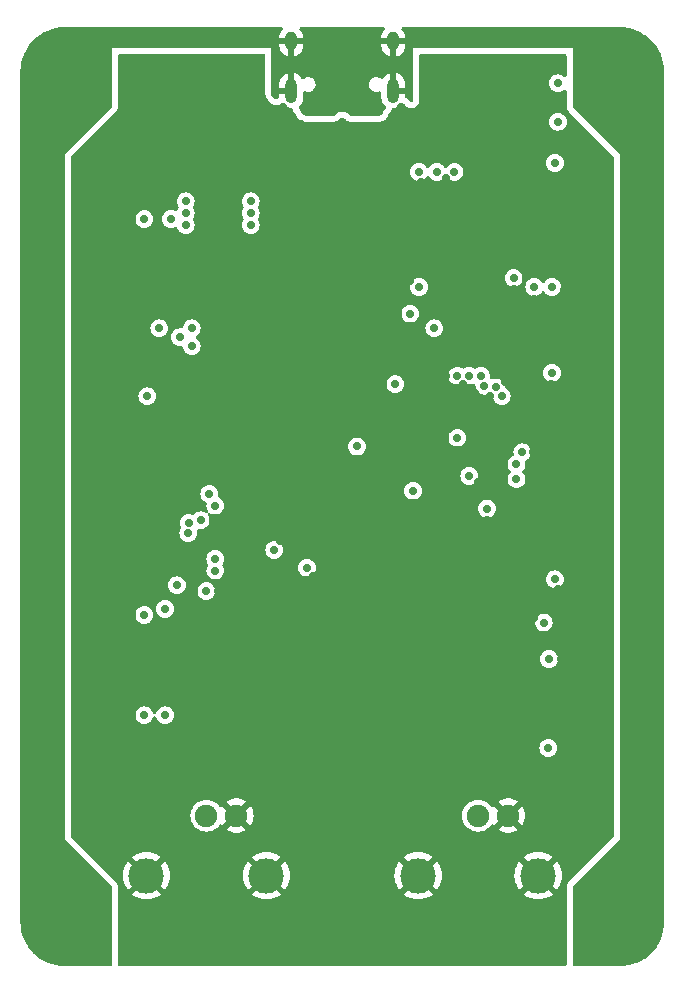
<source format=gbr>
%TF.GenerationSoftware,KiCad,Pcbnew,7.0.10*%
%TF.CreationDate,2024-01-21T20:38:52+01:00*%
%TF.ProjectId,Nemesis-MixSigPCB,4e656d65-7369-4732-9d4d-697853696750,1*%
%TF.SameCoordinates,Original*%
%TF.FileFunction,Copper,L2,Inr*%
%TF.FilePolarity,Positive*%
%FSLAX46Y46*%
G04 Gerber Fmt 4.6, Leading zero omitted, Abs format (unit mm)*
G04 Created by KiCad (PCBNEW 7.0.10) date 2024-01-21 20:38:52*
%MOMM*%
%LPD*%
G01*
G04 APERTURE LIST*
%TA.AperFunction,ComponentPad*%
%ADD10C,1.900000*%
%TD*%
%TA.AperFunction,ComponentPad*%
%ADD11C,3.000000*%
%TD*%
%TA.AperFunction,ComponentPad*%
%ADD12C,5.700000*%
%TD*%
%TA.AperFunction,ComponentPad*%
%ADD13O,1.000000X2.100000*%
%TD*%
%TA.AperFunction,ComponentPad*%
%ADD14O,1.000000X1.600000*%
%TD*%
%TA.AperFunction,ViaPad*%
%ADD15C,0.700000*%
%TD*%
G04 APERTURE END LIST*
D10*
%TO.N,/ADC/IN*%
%TO.C,J300*%
X136000000Y-117000000D03*
D11*
%TO.N,GND*%
X141080000Y-122080000D03*
D10*
X138540000Y-117000000D03*
D11*
X130920000Y-122080000D03*
%TD*%
D12*
%TO.N,Earth_Protective*%
%TO.C,H2*%
X124000000Y-126000000D03*
%TD*%
D10*
%TO.N,/DAC/OUT*%
%TO.C,J400*%
X159000000Y-117000000D03*
D11*
%TO.N,GND*%
X164080000Y-122080000D03*
D10*
X161540000Y-117000000D03*
D11*
X153920000Y-122080000D03*
%TD*%
D13*
%TO.N,Earth_Protective*%
%TO.C,J200*%
X151820000Y-55630000D03*
D14*
X151820000Y-51450000D03*
D13*
X143180000Y-55630000D03*
D14*
X143180000Y-51450000D03*
%TD*%
D12*
%TO.N,Earth_Protective*%
%TO.C,H4*%
X124000000Y-54000000D03*
%TD*%
%TO.N,Earth_Protective*%
%TO.C,H3*%
X171000000Y-126000000D03*
%TD*%
%TO.N,Earth_Protective*%
%TO.C,H1*%
X171000000Y-54000000D03*
%TD*%
D15*
%TO.N,GND*%
X133000000Y-62250000D03*
X134250000Y-61750000D03*
X144950000Y-83325000D03*
X129000000Y-77000000D03*
X164950000Y-118325000D03*
X134250000Y-63750000D03*
X129950000Y-128325000D03*
X158750000Y-81250000D03*
X169950000Y-63325000D03*
X149500000Y-108500000D03*
X144950000Y-98325000D03*
X132250000Y-90250000D03*
X144950000Y-68325000D03*
X152500000Y-57000000D03*
X160500000Y-97750000D03*
X159000000Y-88750000D03*
X134791639Y-97909481D03*
X151000000Y-58500000D03*
X164000000Y-93250000D03*
X133500000Y-57750000D03*
X139950000Y-103325000D03*
X156750000Y-75750000D03*
X164000000Y-105250000D03*
X159500000Y-57000000D03*
X133750000Y-110500000D03*
X158000000Y-64500000D03*
X153500000Y-78750000D03*
X153500000Y-90500000D03*
X144950000Y-63325000D03*
X154129304Y-63390666D03*
X124950000Y-93325000D03*
X149950000Y-113325000D03*
X169950000Y-83325000D03*
X139950000Y-113325000D03*
X134950000Y-53325000D03*
X124950000Y-108325000D03*
X124950000Y-73325000D03*
X166000000Y-103750000D03*
X165784606Y-97853817D03*
X135000000Y-57750000D03*
X163671611Y-109105309D03*
X161250000Y-80250000D03*
X169950000Y-118325000D03*
X158000000Y-67500000D03*
X148000000Y-83500000D03*
X124950000Y-63325000D03*
X144950000Y-88325000D03*
X141500000Y-57500000D03*
X134250000Y-87750000D03*
X132000000Y-88250000D03*
X169950000Y-73325000D03*
X152000000Y-61500000D03*
X141250000Y-99750000D03*
X139950000Y-63325000D03*
X161500000Y-55500000D03*
X137250000Y-77250000D03*
X169950000Y-103325000D03*
X169950000Y-88325000D03*
X169950000Y-113325000D03*
X160500000Y-112500000D03*
X137000000Y-98000000D03*
X163000000Y-58250000D03*
X145000000Y-96750000D03*
X129000000Y-93250000D03*
X142250000Y-93750000D03*
X134950000Y-128325000D03*
X159950000Y-128325000D03*
X149950000Y-128325000D03*
X149950000Y-118325000D03*
X132250000Y-53000000D03*
X142500000Y-58470000D03*
X124950000Y-118325000D03*
X132760010Y-101506250D03*
X131500000Y-87000000D03*
X164950000Y-113325000D03*
X133750000Y-95000000D03*
X155750000Y-83250000D03*
X151750000Y-57750000D03*
X160000000Y-81500000D03*
X124950000Y-98325000D03*
X153250000Y-77750000D03*
X160000000Y-100000000D03*
X163750000Y-100250000D03*
X159750000Y-92000000D03*
X145000000Y-76750000D03*
X134950000Y-123325000D03*
X164950000Y-128325000D03*
X159950000Y-123325000D03*
X124950000Y-103325000D03*
X129950000Y-118325000D03*
X137250000Y-83250000D03*
X143250000Y-57750000D03*
X140250000Y-56250000D03*
X164250000Y-58250000D03*
X149950000Y-73325000D03*
X145000000Y-61000000D03*
X166250000Y-72500000D03*
X156500000Y-84250000D03*
X154950000Y-113325000D03*
X129000000Y-91000000D03*
X133500000Y-90250000D03*
X169950000Y-98325000D03*
X130000000Y-102000000D03*
X154750000Y-98325000D03*
X124950000Y-78325000D03*
X139950000Y-128325000D03*
X131000000Y-74500000D03*
X169950000Y-108325000D03*
X156250000Y-79750000D03*
X142500000Y-57000000D03*
X160450000Y-89500000D03*
X124950000Y-88325000D03*
X161500000Y-67500000D03*
X132999591Y-79480444D03*
X165130000Y-80462110D03*
X130750000Y-79000000D03*
X151750000Y-77750000D03*
X163750000Y-73250000D03*
X150000000Y-65250000D03*
X158500000Y-55500000D03*
X131000000Y-73500000D03*
X152250000Y-74500000D03*
X146250000Y-105250000D03*
X133500000Y-56500000D03*
X156250000Y-63000000D03*
X130000000Y-105700000D03*
X157750000Y-80500000D03*
X155000000Y-93250000D03*
X169950000Y-78325000D03*
X144950000Y-118325000D03*
X148000000Y-81080707D03*
X162230000Y-105250000D03*
X154950000Y-103325000D03*
X124950000Y-113325000D03*
X144950000Y-113325000D03*
X154950000Y-118325000D03*
X144000000Y-58470000D03*
X162750000Y-111750000D03*
X144950000Y-123325000D03*
X160500000Y-58250000D03*
X124950000Y-68325000D03*
X163000000Y-56500000D03*
X153250000Y-71750000D03*
X169950000Y-93325000D03*
X154950000Y-108325000D03*
X133000000Y-94250000D03*
X145000000Y-77750000D03*
X154950000Y-128325000D03*
X152500000Y-58500000D03*
X136750000Y-107000000D03*
X148000000Y-82500000D03*
X147500000Y-58250000D03*
X136750000Y-69750000D03*
X169950000Y-68325000D03*
X149950000Y-123325000D03*
X163646767Y-86223238D03*
X165250000Y-67500000D03*
X162044974Y-72444977D03*
X129950000Y-113325000D03*
X149950000Y-98325000D03*
X132185560Y-106578381D03*
X129000000Y-75000000D03*
X124950000Y-83325000D03*
X137000000Y-112500000D03*
X144950000Y-128325000D03*
X134250000Y-62750000D03*
%TO.N,+3.3VA*%
X130750000Y-108500000D03*
X133750000Y-76500000D03*
X164950000Y-111280000D03*
X132000000Y-75750000D03*
X132500000Y-108500000D03*
X134750000Y-77250000D03*
X136250000Y-89750000D03*
X132500000Y-99500000D03*
X136750000Y-90750000D03*
X134750000Y-75750000D03*
X131000000Y-81500000D03*
X130750000Y-100000000D03*
%TO.N,+3V3*%
X136750000Y-95250000D03*
X165500000Y-61750000D03*
X165750000Y-58250000D03*
X148750000Y-85750000D03*
X162250000Y-87250000D03*
X152000000Y-80470000D03*
X139750000Y-67000000D03*
X134250000Y-65000000D03*
X139750000Y-66000000D03*
X134250000Y-67000000D03*
X133000000Y-66500000D03*
X165750000Y-55000000D03*
X134250000Y-66000000D03*
X162250000Y-88500000D03*
X165250000Y-79500000D03*
X135500000Y-92000000D03*
X136750000Y-96250000D03*
X130750000Y-66500000D03*
X155300000Y-75750000D03*
X139750000Y-65000000D03*
%TO.N,/MCU/NRST*%
X153250000Y-74500000D03*
X154000000Y-72250000D03*
%TO.N,/ADC/ADC_IN+*%
X134516662Y-92204838D03*
X136000000Y-98000000D03*
%TO.N,/ADC/ADC_IN-*%
X134463810Y-93103288D03*
X133500000Y-97500000D03*
%TO.N,SPI2_NSS*%
X165500000Y-97000000D03*
X162747165Y-86250085D03*
%TO.N,SPI1_NSS*%
X144500000Y-96000000D03*
X153500000Y-89500000D03*
%TO.N,/MCU/TIM4_CH3*%
X157000000Y-62500000D03*
X157250000Y-79750000D03*
%TO.N,/MCU/TIM4_CH1*%
X159250000Y-79750000D03*
X154000000Y-62500000D03*
%TO.N,/MCU/TIM4_CH2*%
X155500000Y-62500000D03*
X158250000Y-79750000D03*
%TO.N,/MCU/SWDIO*%
X161000000Y-81500000D03*
X165250000Y-72250000D03*
%TO.N,/MCU/SWCLK*%
X160500000Y-80750000D03*
X163750000Y-72250000D03*
%TO.N,/MCU/SWO*%
X162000000Y-71500000D03*
X159534606Y-80603817D03*
%TO.N,SPI1_MISO*%
X157250000Y-85000000D03*
X141750000Y-94500000D03*
%TO.N,DAC_NCLR*%
X165000000Y-103750000D03*
X158250000Y-88250000D03*
%TO.N,DAC_NLDAC*%
X164554987Y-100652493D03*
X159750000Y-91000000D03*
%TO.N,Earth_Protective*%
X172450000Y-95825000D03*
X129000000Y-51000000D03*
X138000000Y-51000000D03*
X132000000Y-51000000D03*
X150000000Y-51000000D03*
X172450000Y-108325000D03*
X122450000Y-118325000D03*
X122450000Y-80825000D03*
X172450000Y-120825000D03*
X172450000Y-78325000D03*
X172450000Y-118325000D03*
X122450000Y-110825000D03*
X122450000Y-98325000D03*
X172450000Y-85825000D03*
X172450000Y-58325000D03*
X135000000Y-51000000D03*
X122450000Y-73325000D03*
X122450000Y-115825000D03*
X166000000Y-51000000D03*
X122450000Y-88325000D03*
X169950000Y-120825000D03*
X122450000Y-85825000D03*
X122450000Y-65825000D03*
X172450000Y-80825000D03*
X172450000Y-93325000D03*
X122450000Y-113325000D03*
X167500000Y-123400000D03*
X172450000Y-75825000D03*
X141000000Y-51000000D03*
X122450000Y-105825000D03*
X172450000Y-60825000D03*
X172450000Y-113325000D03*
X127500000Y-56500000D03*
X172450000Y-73325000D03*
X172450000Y-110825000D03*
X167500000Y-128300000D03*
X124950000Y-58325000D03*
X122450000Y-83325000D03*
X122450000Y-70825000D03*
X122450000Y-90825000D03*
X122450000Y-95825000D03*
X172450000Y-63325000D03*
X172450000Y-103325000D03*
X122450000Y-58325000D03*
X122450000Y-75825000D03*
X169950000Y-58325000D03*
X157000000Y-51000000D03*
X122450000Y-108325000D03*
X160000000Y-51000000D03*
X172450000Y-90825000D03*
X122450000Y-103325000D03*
X122450000Y-120825000D03*
X172450000Y-65825000D03*
X172450000Y-88325000D03*
X172450000Y-83325000D03*
X172450000Y-68325000D03*
X124950000Y-120825000D03*
X122450000Y-93325000D03*
X127450000Y-123325000D03*
X122450000Y-60825000D03*
X172450000Y-115825000D03*
X145000000Y-51000000D03*
X172450000Y-105825000D03*
X172450000Y-70825000D03*
X172450000Y-100825000D03*
X127450000Y-128325000D03*
X167500000Y-56500000D03*
X122450000Y-78325000D03*
X122450000Y-63325000D03*
X172450000Y-98325000D03*
X122450000Y-68325000D03*
X163000000Y-51000000D03*
X154000000Y-51000000D03*
X122450000Y-100825000D03*
%TD*%
%TA.AperFunction,Conductor*%
%TO.N,Earth_Protective*%
G36*
X141500000Y-52000000D02*
G01*
X128000000Y-52000000D01*
X128000000Y-50250500D01*
X141500000Y-50250500D01*
X141500000Y-52000000D01*
G37*
%TD.AperFunction*%
%TA.AperFunction,Conductor*%
G36*
X167000000Y-52000000D02*
G01*
X153500000Y-52000000D01*
X153500000Y-50250500D01*
X167000000Y-50250500D01*
X167000000Y-52000000D01*
G37*
%TD.AperFunction*%
%TD*%
%TA.AperFunction,Conductor*%
%TO.N,Earth_Protective*%
G36*
X171003032Y-50250648D02*
G01*
X171361433Y-50268256D01*
X171373541Y-50269448D01*
X171725475Y-50321653D01*
X171737389Y-50324023D01*
X172082520Y-50410473D01*
X172094147Y-50414000D01*
X172429151Y-50533867D01*
X172440363Y-50538511D01*
X172762012Y-50690639D01*
X172772720Y-50696363D01*
X173077881Y-50879270D01*
X173087999Y-50886030D01*
X173373769Y-51097971D01*
X173383175Y-51105691D01*
X173646790Y-51344618D01*
X173655381Y-51353209D01*
X173857883Y-51576635D01*
X173894308Y-51616824D01*
X173902028Y-51626230D01*
X174113969Y-51912000D01*
X174120729Y-51922118D01*
X174303629Y-52227267D01*
X174309366Y-52237999D01*
X174461485Y-52559629D01*
X174466136Y-52570858D01*
X174585994Y-52905837D01*
X174589526Y-52917481D01*
X174675973Y-53262597D01*
X174678347Y-53274532D01*
X174730550Y-53626457D01*
X174731743Y-53638567D01*
X174749351Y-53996966D01*
X174749500Y-54003051D01*
X174749500Y-125996948D01*
X174749351Y-126003033D01*
X174731743Y-126361432D01*
X174730550Y-126373542D01*
X174678347Y-126725467D01*
X174675973Y-126737402D01*
X174589526Y-127082518D01*
X174585994Y-127094162D01*
X174466142Y-127429127D01*
X174461485Y-127440370D01*
X174309366Y-127762000D01*
X174303629Y-127772732D01*
X174120729Y-128077881D01*
X174113969Y-128087999D01*
X173902028Y-128373769D01*
X173894308Y-128383175D01*
X173655388Y-128646783D01*
X173646783Y-128655388D01*
X173383175Y-128894308D01*
X173373769Y-128902028D01*
X173087999Y-129113969D01*
X173077881Y-129120729D01*
X172772732Y-129303629D01*
X172762000Y-129309366D01*
X172440370Y-129461485D01*
X172429134Y-129466139D01*
X172305442Y-129510397D01*
X172094162Y-129585994D01*
X172082518Y-129589526D01*
X171737402Y-129675973D01*
X171725467Y-129678347D01*
X171373542Y-129730550D01*
X171361432Y-129731743D01*
X171023927Y-129748324D01*
X171003031Y-129749351D01*
X170996949Y-129749500D01*
X167124000Y-129749500D01*
X167056961Y-129729815D01*
X167011206Y-129677011D01*
X167000000Y-129625500D01*
X167000000Y-123051362D01*
X167019685Y-122984323D01*
X167036319Y-122963681D01*
X171000000Y-119000000D01*
X171000000Y-61000000D01*
X167036319Y-57036319D01*
X167002834Y-56974996D01*
X167000000Y-56948638D01*
X167000000Y-52000000D01*
X167000000Y-50250500D01*
X170955830Y-50250500D01*
X170996949Y-50250500D01*
X171003032Y-50250648D01*
G37*
%TD.AperFunction*%
%TD*%
%TA.AperFunction,Conductor*%
%TO.N,Earth_Protective*%
G36*
X128000000Y-52000000D02*
G01*
X128000000Y-56948638D01*
X127980315Y-57015677D01*
X127963681Y-57036319D01*
X124000000Y-60999999D01*
X124000000Y-119000000D01*
X127963681Y-122963681D01*
X127997166Y-123025004D01*
X128000000Y-123051362D01*
X128000000Y-129625500D01*
X127980315Y-129692539D01*
X127927511Y-129738294D01*
X127876000Y-129749500D01*
X124003051Y-129749500D01*
X123996968Y-129749351D01*
X123974856Y-129748264D01*
X123638567Y-129731743D01*
X123626457Y-129730550D01*
X123274532Y-129678347D01*
X123262597Y-129675973D01*
X122917481Y-129589526D01*
X122905837Y-129585994D01*
X122570858Y-129466136D01*
X122559629Y-129461485D01*
X122237999Y-129309366D01*
X122227272Y-129303631D01*
X121922118Y-129120729D01*
X121912000Y-129113969D01*
X121626230Y-128902028D01*
X121616824Y-128894308D01*
X121422650Y-128718319D01*
X121353209Y-128655381D01*
X121344618Y-128646790D01*
X121105691Y-128383175D01*
X121097971Y-128373769D01*
X120886030Y-128087999D01*
X120879270Y-128077881D01*
X120874859Y-128070522D01*
X120696363Y-127772720D01*
X120690639Y-127762012D01*
X120538511Y-127440363D01*
X120533867Y-127429151D01*
X120414000Y-127094147D01*
X120410473Y-127082518D01*
X120324023Y-126737389D01*
X120321652Y-126725467D01*
X120269449Y-126373542D01*
X120268256Y-126361431D01*
X120250649Y-126003032D01*
X120250500Y-125996948D01*
X120250500Y-54003051D01*
X120250649Y-53996967D01*
X120268256Y-53638568D01*
X120269449Y-53626457D01*
X120301240Y-53412139D01*
X120321654Y-53274520D01*
X120324022Y-53262613D01*
X120410475Y-52917473D01*
X120413998Y-52905858D01*
X120533869Y-52570840D01*
X120538508Y-52559643D01*
X120690643Y-52237979D01*
X120696358Y-52227287D01*
X120879278Y-51922105D01*
X120886021Y-51912012D01*
X121097979Y-51626219D01*
X121105682Y-51616834D01*
X121344628Y-51353198D01*
X121353198Y-51344628D01*
X121616834Y-51105682D01*
X121626219Y-51097979D01*
X121912012Y-50886021D01*
X121922105Y-50879278D01*
X122227287Y-50696358D01*
X122237979Y-50690643D01*
X122559643Y-50538508D01*
X122570840Y-50533869D01*
X122905858Y-50413998D01*
X122917473Y-50410475D01*
X123262613Y-50324022D01*
X123274520Y-50321654D01*
X123626460Y-50269448D01*
X123638564Y-50268256D01*
X123996967Y-50250648D01*
X124003051Y-50250500D01*
X128000000Y-50250500D01*
X128000000Y-52000000D01*
G37*
%TD.AperFunction*%
%TD*%
%TA.AperFunction,Conductor*%
%TO.N,GND*%
G36*
X140920000Y-52525462D02*
G01*
X140974538Y-52580000D01*
X140994500Y-52654500D01*
X140994500Y-55948643D01*
X140997394Y-56002649D01*
X140997396Y-56002678D01*
X141000228Y-56029020D01*
X141000235Y-56029066D01*
X141008883Y-56082440D01*
X141059166Y-56217252D01*
X141059167Y-56217255D01*
X141092650Y-56278575D01*
X141092655Y-56278583D01*
X141178874Y-56393758D01*
X141458784Y-56673668D01*
X141505849Y-56714745D01*
X141510406Y-56718722D01*
X141537112Y-56739013D01*
X141537120Y-56739018D01*
X141537121Y-56739019D01*
X141537130Y-56739025D01*
X141594351Y-56776672D01*
X141594355Y-56776674D01*
X141728426Y-56828874D01*
X141728429Y-56828875D01*
X141795420Y-56844453D01*
X141796368Y-56844682D01*
X141796491Y-56844703D01*
X141939844Y-56857014D01*
X142080858Y-56828440D01*
X142146664Y-56804960D01*
X142273915Y-56737816D01*
X142284222Y-56730326D01*
X142356226Y-56702683D01*
X142432405Y-56714745D01*
X142482536Y-56751165D01*
X142574127Y-56852886D01*
X142574129Y-56852888D01*
X142727270Y-56964151D01*
X142900197Y-57041144D01*
X143041315Y-57071139D01*
X143085352Y-57080500D01*
X143167657Y-57080500D01*
X143242157Y-57100462D01*
X143296695Y-57155000D01*
X143309796Y-57184806D01*
X143336848Y-57270840D01*
X143367078Y-57333832D01*
X143447155Y-57453368D01*
X143447334Y-57453567D01*
X143520168Y-57534457D01*
X143538476Y-57559656D01*
X143559077Y-57595338D01*
X143571746Y-57623792D01*
X143599908Y-57710462D01*
X143599913Y-57710477D01*
X143650286Y-57819403D01*
X143680951Y-57869179D01*
X143680950Y-57869179D01*
X143739734Y-57943202D01*
X143755598Y-57963178D01*
X143871189Y-58048853D01*
X143932671Y-58082046D01*
X144067714Y-58131685D01*
X144091882Y-58136822D01*
X144121501Y-58146446D01*
X144221991Y-58191186D01*
X144221991Y-58191185D01*
X144235199Y-58197066D01*
X144239625Y-58199125D01*
X144245632Y-58202041D01*
X144245635Y-58202041D01*
X144252834Y-58205537D01*
X144252704Y-58205803D01*
X144254262Y-58206376D01*
X144262846Y-58208304D01*
X144291358Y-58216676D01*
X144291358Y-58216677D01*
X144353594Y-58234952D01*
X144353831Y-58235023D01*
X144353837Y-58235024D01*
X144496253Y-58255500D01*
X144496257Y-58255500D01*
X146750530Y-58255500D01*
X146750534Y-58255500D01*
X146750538Y-58255499D01*
X146750558Y-58255499D01*
X146800862Y-58252141D01*
X146817701Y-58251018D01*
X146850365Y-58246639D01*
X146916366Y-58233265D01*
X146916368Y-58233264D01*
X146916369Y-58233264D01*
X146990553Y-58201075D01*
X147048357Y-58175994D01*
X147107841Y-58139345D01*
X147218341Y-58047219D01*
X147257403Y-58003835D01*
X147280539Y-57983002D01*
X147313889Y-57958772D01*
X147340850Y-57943206D01*
X147378498Y-57926444D01*
X147408107Y-57916824D01*
X147448427Y-57908254D01*
X147479399Y-57905000D01*
X147520602Y-57905000D01*
X147551580Y-57908256D01*
X147591876Y-57916821D01*
X147621497Y-57926444D01*
X147659147Y-57943207D01*
X147686120Y-57958781D01*
X147719455Y-57983001D01*
X147742600Y-58003841D01*
X147781655Y-58047215D01*
X147781659Y-58047219D01*
X147829943Y-58094143D01*
X147855054Y-58115486D01*
X147909131Y-58155567D01*
X148040008Y-58215338D01*
X148078124Y-58226530D01*
X148107043Y-58235022D01*
X148107045Y-58235022D01*
X148107047Y-58235023D01*
X148107051Y-58235024D01*
X148107052Y-58235024D01*
X148107056Y-58235025D01*
X148107060Y-58235026D01*
X148249452Y-58255498D01*
X148249456Y-58255498D01*
X148249467Y-58255500D01*
X148249471Y-58255500D01*
X150567137Y-58255500D01*
X150580273Y-58254119D01*
X150619464Y-58250000D01*
X164994751Y-58250000D01*
X165013686Y-58418056D01*
X165013686Y-58418058D01*
X165013687Y-58418059D01*
X165069544Y-58577690D01*
X165159523Y-58720890D01*
X165279110Y-58840477D01*
X165422310Y-58930456D01*
X165581941Y-58986313D01*
X165693980Y-58998937D01*
X165749999Y-59005249D01*
X165750000Y-59005249D01*
X165750001Y-59005249D01*
X165792014Y-59000515D01*
X165918059Y-58986313D01*
X166077690Y-58930456D01*
X166220890Y-58840477D01*
X166340477Y-58720890D01*
X166430456Y-58577690D01*
X166486313Y-58418059D01*
X166505249Y-58250000D01*
X166503561Y-58235023D01*
X166495384Y-58162444D01*
X166486313Y-58081941D01*
X166430456Y-57922310D01*
X166340477Y-57779110D01*
X166220890Y-57659523D01*
X166077690Y-57569544D01*
X165918059Y-57513687D01*
X165918058Y-57513686D01*
X165918056Y-57513686D01*
X165750001Y-57494751D01*
X165749999Y-57494751D01*
X165581943Y-57513686D01*
X165422309Y-57569544D01*
X165279110Y-57659523D01*
X165159523Y-57779110D01*
X165069544Y-57922309D01*
X165013686Y-58081943D01*
X164994751Y-58249999D01*
X164994751Y-58250000D01*
X150619464Y-58250000D01*
X150672233Y-58244454D01*
X150722668Y-58233734D01*
X150823181Y-58201075D01*
X150878494Y-58176446D01*
X150908121Y-58166820D01*
X150922762Y-58163709D01*
X150924413Y-58163354D01*
X150924908Y-58163248D01*
X150924966Y-58163235D01*
X150925084Y-58163210D01*
X150926229Y-58162961D01*
X150928577Y-58162444D01*
X151063149Y-58111532D01*
X151124314Y-58077760D01*
X151124317Y-58077758D01*
X151239093Y-57990993D01*
X151324775Y-57875408D01*
X151324776Y-57875405D01*
X151324782Y-57875397D01*
X151379320Y-57774391D01*
X151390650Y-57739521D01*
X151390659Y-57739494D01*
X151392254Y-57734585D01*
X151392262Y-57734560D01*
X151394263Y-57728402D01*
X151428251Y-57623790D01*
X151440917Y-57595343D01*
X151461521Y-57559657D01*
X151479823Y-57534466D01*
X151552669Y-57453564D01*
X151624989Y-57349505D01*
X151633692Y-57332858D01*
X151653561Y-57294849D01*
X151653561Y-57294847D01*
X151653565Y-57294841D01*
X151697172Y-57177569D01*
X151741848Y-57114698D01*
X151811974Y-57082588D01*
X151836829Y-57080500D01*
X151914648Y-57080500D01*
X151954004Y-57072134D01*
X152099803Y-57041144D01*
X152272730Y-56964151D01*
X152425871Y-56852888D01*
X152517463Y-56751164D01*
X152582146Y-56709159D01*
X152659168Y-56705122D01*
X152715755Y-56730312D01*
X152719435Y-56732985D01*
X152742599Y-56753840D01*
X152770240Y-56784539D01*
X152786273Y-56805929D01*
X152802850Y-56832763D01*
X152810964Y-56845065D01*
X152810974Y-56845079D01*
X152828265Y-56869668D01*
X152828267Y-56869670D01*
X152828270Y-56869674D01*
X152929992Y-56971399D01*
X152930000Y-56971406D01*
X152930002Y-56971408D01*
X152967290Y-56999322D01*
X152985936Y-57013281D01*
X152985935Y-57013281D01*
X152985939Y-57013283D01*
X152985943Y-57013286D01*
X153112224Y-57082239D01*
X153252816Y-57112822D01*
X153268415Y-57113937D01*
X153322501Y-57117806D01*
X153322508Y-57117806D01*
X153322513Y-57117806D01*
X153402236Y-57112103D01*
X153466019Y-57107542D01*
X153600828Y-57057260D01*
X153662151Y-57023775D01*
X153777332Y-56937551D01*
X153821123Y-56893760D01*
X153857288Y-56853499D01*
X153873922Y-56832857D01*
X153905567Y-56788973D01*
X153965338Y-56658096D01*
X153985023Y-56591057D01*
X153985024Y-56591053D01*
X153985025Y-56591047D01*
X153985026Y-56591043D01*
X154005498Y-56448651D01*
X154005500Y-56448633D01*
X154005500Y-52654500D01*
X154025462Y-52580000D01*
X154080000Y-52525462D01*
X154154500Y-52505500D01*
X166345500Y-52505500D01*
X166420000Y-52525462D01*
X166474538Y-52580000D01*
X166494500Y-52654500D01*
X166494500Y-54323415D01*
X166474538Y-54397915D01*
X166420000Y-54452453D01*
X166345500Y-54472415D01*
X166271000Y-54452453D01*
X166240141Y-54428774D01*
X166220891Y-54409524D01*
X166220890Y-54409523D01*
X166077690Y-54319544D01*
X165918059Y-54263687D01*
X165918058Y-54263686D01*
X165918056Y-54263686D01*
X165750001Y-54244751D01*
X165749999Y-54244751D01*
X165581943Y-54263686D01*
X165422309Y-54319544D01*
X165279110Y-54409523D01*
X165159523Y-54529110D01*
X165069544Y-54672309D01*
X165013686Y-54831943D01*
X164994751Y-54999999D01*
X164994751Y-55000000D01*
X165013686Y-55168056D01*
X165013686Y-55168058D01*
X165013687Y-55168059D01*
X165069544Y-55327690D01*
X165159523Y-55470890D01*
X165279110Y-55590477D01*
X165422310Y-55680456D01*
X165581941Y-55736313D01*
X165693980Y-55748937D01*
X165749999Y-55755249D01*
X165750000Y-55755249D01*
X165750001Y-55755249D01*
X165792014Y-55750515D01*
X165918059Y-55736313D01*
X166077690Y-55680456D01*
X166220890Y-55590477D01*
X166240141Y-55571226D01*
X166306936Y-55532662D01*
X166384064Y-55532662D01*
X166450859Y-55571226D01*
X166489423Y-55638021D01*
X166494500Y-55676585D01*
X166494500Y-56948643D01*
X166497394Y-57002649D01*
X166497396Y-57002678D01*
X166500228Y-57029020D01*
X166500235Y-57029066D01*
X166508883Y-57082440D01*
X166559166Y-57217252D01*
X166559167Y-57217255D01*
X166592650Y-57278575D01*
X166592655Y-57278583D01*
X166678874Y-57393758D01*
X170450859Y-61165743D01*
X170489423Y-61232538D01*
X170494500Y-61271102D01*
X170494500Y-118728898D01*
X170474538Y-118803398D01*
X170450859Y-118834257D01*
X166678876Y-122606239D01*
X166642721Y-122646489D01*
X166642694Y-122646521D01*
X166626078Y-122667140D01*
X166594433Y-122711026D01*
X166534661Y-122841905D01*
X166534658Y-122841914D01*
X166514977Y-122908938D01*
X166514974Y-122908951D01*
X166514973Y-122908955D01*
X166494501Y-123051347D01*
X166494500Y-123051365D01*
X166494500Y-129600500D01*
X166474538Y-129675000D01*
X166420000Y-129729538D01*
X166345500Y-129749500D01*
X128654500Y-129749500D01*
X128580000Y-129729538D01*
X128525462Y-129675000D01*
X128505500Y-129600500D01*
X128505500Y-123051356D01*
X128502605Y-122997350D01*
X128502603Y-122997321D01*
X128499771Y-122970979D01*
X128499764Y-122970933D01*
X128491116Y-122917559D01*
X128491114Y-122917554D01*
X128491114Y-122917552D01*
X128440832Y-122782743D01*
X128407347Y-122721420D01*
X128351278Y-122646521D01*
X128321125Y-122606241D01*
X127794890Y-122080006D01*
X128914891Y-122080006D01*
X128935298Y-122365342D01*
X128935300Y-122365359D01*
X128996110Y-122644898D01*
X129096090Y-122912956D01*
X129233193Y-123164042D01*
X129339882Y-123306561D01*
X130058348Y-122588095D01*
X130125146Y-122695263D01*
X130265268Y-122842671D01*
X130410085Y-122943467D01*
X129693436Y-123660116D01*
X129835957Y-123766806D01*
X130087043Y-123903909D01*
X130355101Y-124003889D01*
X130634640Y-124064699D01*
X130634657Y-124064701D01*
X130919994Y-124085109D01*
X130920006Y-124085109D01*
X131205342Y-124064701D01*
X131205359Y-124064699D01*
X131484898Y-124003889D01*
X131752956Y-123903909D01*
X132004034Y-123766810D01*
X132004046Y-123766802D01*
X132146561Y-123660115D01*
X131428125Y-122941678D01*
X131494214Y-122904996D01*
X131648531Y-122772520D01*
X131773021Y-122611692D01*
X131783626Y-122590072D01*
X132500115Y-123306561D01*
X132606802Y-123164046D01*
X132606810Y-123164034D01*
X132743909Y-122912956D01*
X132843889Y-122644898D01*
X132904699Y-122365359D01*
X132904701Y-122365342D01*
X132925109Y-122080006D01*
X139074891Y-122080006D01*
X139095298Y-122365342D01*
X139095300Y-122365359D01*
X139156110Y-122644898D01*
X139256090Y-122912956D01*
X139393193Y-123164042D01*
X139499882Y-123306561D01*
X140218348Y-122588095D01*
X140285146Y-122695263D01*
X140425268Y-122842671D01*
X140570085Y-122943467D01*
X139853436Y-123660116D01*
X139995957Y-123766806D01*
X140247043Y-123903909D01*
X140515101Y-124003889D01*
X140794640Y-124064699D01*
X140794657Y-124064701D01*
X141079994Y-124085109D01*
X141080006Y-124085109D01*
X141365342Y-124064701D01*
X141365359Y-124064699D01*
X141644898Y-124003889D01*
X141912956Y-123903909D01*
X142164034Y-123766810D01*
X142164046Y-123766802D01*
X142306561Y-123660115D01*
X141588125Y-122941678D01*
X141654214Y-122904996D01*
X141808531Y-122772520D01*
X141933021Y-122611692D01*
X141943626Y-122590072D01*
X142660115Y-123306561D01*
X142766802Y-123164046D01*
X142766810Y-123164034D01*
X142903909Y-122912956D01*
X143003889Y-122644898D01*
X143064699Y-122365359D01*
X143064701Y-122365342D01*
X143085109Y-122080006D01*
X151914891Y-122080006D01*
X151935298Y-122365342D01*
X151935300Y-122365359D01*
X151996110Y-122644898D01*
X152096090Y-122912956D01*
X152233193Y-123164042D01*
X152339882Y-123306561D01*
X153058348Y-122588095D01*
X153125146Y-122695263D01*
X153265268Y-122842671D01*
X153410085Y-122943467D01*
X152693436Y-123660116D01*
X152835957Y-123766806D01*
X153087043Y-123903909D01*
X153355101Y-124003889D01*
X153634640Y-124064699D01*
X153634657Y-124064701D01*
X153919994Y-124085109D01*
X153920006Y-124085109D01*
X154205342Y-124064701D01*
X154205359Y-124064699D01*
X154484898Y-124003889D01*
X154752956Y-123903909D01*
X155004034Y-123766810D01*
X155004046Y-123766802D01*
X155146561Y-123660115D01*
X154428125Y-122941678D01*
X154494214Y-122904996D01*
X154648531Y-122772520D01*
X154773021Y-122611692D01*
X154783626Y-122590072D01*
X155500115Y-123306561D01*
X155606802Y-123164046D01*
X155606810Y-123164034D01*
X155743909Y-122912956D01*
X155843889Y-122644898D01*
X155904699Y-122365359D01*
X155904701Y-122365342D01*
X155925109Y-122080006D01*
X162074891Y-122080006D01*
X162095298Y-122365342D01*
X162095300Y-122365359D01*
X162156110Y-122644898D01*
X162256090Y-122912956D01*
X162393193Y-123164042D01*
X162499882Y-123306561D01*
X163218348Y-122588095D01*
X163285146Y-122695263D01*
X163425268Y-122842671D01*
X163570085Y-122943467D01*
X162853436Y-123660116D01*
X162995957Y-123766806D01*
X163247043Y-123903909D01*
X163515101Y-124003889D01*
X163794640Y-124064699D01*
X163794657Y-124064701D01*
X164079994Y-124085109D01*
X164080006Y-124085109D01*
X164365342Y-124064701D01*
X164365359Y-124064699D01*
X164644898Y-124003889D01*
X164912956Y-123903909D01*
X165164034Y-123766810D01*
X165164046Y-123766802D01*
X165306561Y-123660115D01*
X164588125Y-122941678D01*
X164654214Y-122904996D01*
X164808531Y-122772520D01*
X164933021Y-122611692D01*
X164943626Y-122590072D01*
X165660115Y-123306561D01*
X165766802Y-123164046D01*
X165766810Y-123164034D01*
X165903909Y-122912956D01*
X166003889Y-122644898D01*
X166064699Y-122365359D01*
X166064701Y-122365342D01*
X166085109Y-122080006D01*
X166085109Y-122079993D01*
X166064701Y-121794657D01*
X166064699Y-121794640D01*
X166003889Y-121515101D01*
X165903909Y-121247043D01*
X165766806Y-120995957D01*
X165660115Y-120853436D01*
X164941650Y-121571901D01*
X164874854Y-121464737D01*
X164734732Y-121317329D01*
X164589912Y-121216531D01*
X165306562Y-120499882D01*
X165164042Y-120393193D01*
X164912956Y-120256090D01*
X164644898Y-120156110D01*
X164365359Y-120095300D01*
X164365342Y-120095298D01*
X164080006Y-120074891D01*
X164079994Y-120074891D01*
X163794657Y-120095298D01*
X163794640Y-120095300D01*
X163515101Y-120156110D01*
X163247043Y-120256090D01*
X162995956Y-120393194D01*
X162995955Y-120393195D01*
X162853437Y-120499883D01*
X163571875Y-121218321D01*
X163505786Y-121255004D01*
X163351469Y-121387480D01*
X163226979Y-121548308D01*
X163216373Y-121569927D01*
X162499883Y-120853437D01*
X162393195Y-120995955D01*
X162393194Y-120995956D01*
X162256090Y-121247043D01*
X162156110Y-121515101D01*
X162095300Y-121794640D01*
X162095298Y-121794657D01*
X162074891Y-122079993D01*
X162074891Y-122080006D01*
X155925109Y-122080006D01*
X155925109Y-122079993D01*
X155904701Y-121794657D01*
X155904699Y-121794640D01*
X155843889Y-121515101D01*
X155743909Y-121247043D01*
X155606806Y-120995957D01*
X155500115Y-120853436D01*
X154781650Y-121571901D01*
X154714854Y-121464737D01*
X154574732Y-121317329D01*
X154429912Y-121216531D01*
X155146562Y-120499882D01*
X155004042Y-120393193D01*
X154752956Y-120256090D01*
X154484898Y-120156110D01*
X154205359Y-120095300D01*
X154205342Y-120095298D01*
X153920006Y-120074891D01*
X153919994Y-120074891D01*
X153634657Y-120095298D01*
X153634640Y-120095300D01*
X153355101Y-120156110D01*
X153087043Y-120256090D01*
X152835956Y-120393194D01*
X152835955Y-120393195D01*
X152693437Y-120499883D01*
X153411875Y-121218321D01*
X153345786Y-121255004D01*
X153191469Y-121387480D01*
X153066979Y-121548308D01*
X153056373Y-121569927D01*
X152339883Y-120853437D01*
X152233195Y-120995955D01*
X152233194Y-120995956D01*
X152096090Y-121247043D01*
X151996110Y-121515101D01*
X151935300Y-121794640D01*
X151935298Y-121794657D01*
X151914891Y-122079993D01*
X151914891Y-122080006D01*
X143085109Y-122080006D01*
X143085109Y-122079993D01*
X143064701Y-121794657D01*
X143064699Y-121794640D01*
X143003889Y-121515101D01*
X142903909Y-121247043D01*
X142766806Y-120995957D01*
X142660115Y-120853436D01*
X141941650Y-121571901D01*
X141874854Y-121464737D01*
X141734732Y-121317329D01*
X141589912Y-121216531D01*
X142306562Y-120499882D01*
X142164042Y-120393193D01*
X141912956Y-120256090D01*
X141644898Y-120156110D01*
X141365359Y-120095300D01*
X141365342Y-120095298D01*
X141080006Y-120074891D01*
X141079994Y-120074891D01*
X140794657Y-120095298D01*
X140794640Y-120095300D01*
X140515101Y-120156110D01*
X140247043Y-120256090D01*
X139995956Y-120393194D01*
X139995955Y-120393195D01*
X139853437Y-120499883D01*
X140571875Y-121218321D01*
X140505786Y-121255004D01*
X140351469Y-121387480D01*
X140226979Y-121548308D01*
X140216373Y-121569927D01*
X139499883Y-120853437D01*
X139393195Y-120995955D01*
X139393194Y-120995956D01*
X139256090Y-121247043D01*
X139156110Y-121515101D01*
X139095300Y-121794640D01*
X139095298Y-121794657D01*
X139074891Y-122079993D01*
X139074891Y-122080006D01*
X132925109Y-122080006D01*
X132925109Y-122079993D01*
X132904701Y-121794657D01*
X132904699Y-121794640D01*
X132843889Y-121515101D01*
X132743909Y-121247043D01*
X132606806Y-120995957D01*
X132500115Y-120853436D01*
X131781650Y-121571901D01*
X131714854Y-121464737D01*
X131574732Y-121317329D01*
X131429912Y-121216531D01*
X132146562Y-120499882D01*
X132004042Y-120393193D01*
X131752956Y-120256090D01*
X131484898Y-120156110D01*
X131205359Y-120095300D01*
X131205342Y-120095298D01*
X130920006Y-120074891D01*
X130919994Y-120074891D01*
X130634657Y-120095298D01*
X130634640Y-120095300D01*
X130355101Y-120156110D01*
X130087043Y-120256090D01*
X129835956Y-120393194D01*
X129835955Y-120393195D01*
X129693437Y-120499883D01*
X130411875Y-121218321D01*
X130345786Y-121255004D01*
X130191469Y-121387480D01*
X130066979Y-121548308D01*
X130056373Y-121569927D01*
X129339883Y-120853437D01*
X129233195Y-120995955D01*
X129233194Y-120995956D01*
X129096090Y-121247043D01*
X128996110Y-121515101D01*
X128935300Y-121794640D01*
X128935298Y-121794657D01*
X128914891Y-122079993D01*
X128914891Y-122080006D01*
X127794890Y-122080006D01*
X124549141Y-118834257D01*
X124510577Y-118767462D01*
X124505500Y-118728898D01*
X124505500Y-117000000D01*
X134644341Y-117000000D01*
X134664937Y-117235409D01*
X134717251Y-117430652D01*
X134726097Y-117463663D01*
X134825965Y-117677830D01*
X134961505Y-117871401D01*
X135128599Y-118038495D01*
X135322170Y-118174035D01*
X135536337Y-118273903D01*
X135764592Y-118335063D01*
X136000000Y-118355659D01*
X136235408Y-118335063D01*
X136463663Y-118273903D01*
X136677830Y-118174035D01*
X136871401Y-118038495D01*
X137038495Y-117871401D01*
X137087427Y-117801517D01*
X137146507Y-117751943D01*
X137222463Y-117738549D01*
X137294940Y-117764927D01*
X137334217Y-117805487D01*
X137352687Y-117833758D01*
X138014070Y-117172374D01*
X138016884Y-117185915D01*
X138086442Y-117320156D01*
X138189638Y-117430652D01*
X138318819Y-117509209D01*
X138370002Y-117523549D01*
X137705572Y-118187979D01*
X137744205Y-118218049D01*
X137744210Y-118218053D01*
X137955540Y-118332419D01*
X137955543Y-118332421D01*
X138182822Y-118410445D01*
X138419853Y-118450000D01*
X138660147Y-118450000D01*
X138897177Y-118410445D01*
X139124452Y-118332422D01*
X139335793Y-118218050D01*
X139374426Y-118187980D01*
X138711568Y-117525121D01*
X138828458Y-117474349D01*
X138945739Y-117378934D01*
X139032928Y-117255415D01*
X139063355Y-117169801D01*
X139727311Y-117833757D01*
X139819607Y-117692486D01*
X139819609Y-117692483D01*
X139916134Y-117472430D01*
X139975124Y-117239481D01*
X139994969Y-117000000D01*
X157644341Y-117000000D01*
X157664937Y-117235409D01*
X157717251Y-117430652D01*
X157726097Y-117463663D01*
X157825965Y-117677830D01*
X157961505Y-117871401D01*
X158128599Y-118038495D01*
X158322170Y-118174035D01*
X158536337Y-118273903D01*
X158764592Y-118335063D01*
X159000000Y-118355659D01*
X159235408Y-118335063D01*
X159463663Y-118273903D01*
X159677830Y-118174035D01*
X159871401Y-118038495D01*
X160038495Y-117871401D01*
X160087427Y-117801517D01*
X160146507Y-117751943D01*
X160222463Y-117738549D01*
X160294940Y-117764927D01*
X160334217Y-117805487D01*
X160352687Y-117833758D01*
X161014070Y-117172374D01*
X161016884Y-117185915D01*
X161086442Y-117320156D01*
X161189638Y-117430652D01*
X161318819Y-117509209D01*
X161370002Y-117523549D01*
X160705572Y-118187979D01*
X160744205Y-118218049D01*
X160744210Y-118218053D01*
X160955540Y-118332419D01*
X160955543Y-118332421D01*
X161182822Y-118410445D01*
X161419853Y-118450000D01*
X161660147Y-118450000D01*
X161897177Y-118410445D01*
X162124452Y-118332422D01*
X162335793Y-118218050D01*
X162374426Y-118187980D01*
X161711568Y-117525121D01*
X161828458Y-117474349D01*
X161945739Y-117378934D01*
X162032928Y-117255415D01*
X162063355Y-117169801D01*
X162727311Y-117833757D01*
X162819607Y-117692486D01*
X162819609Y-117692483D01*
X162916134Y-117472430D01*
X162975124Y-117239481D01*
X162994969Y-117000000D01*
X162994969Y-116999999D01*
X162975124Y-116760518D01*
X162916134Y-116527569D01*
X162819606Y-116307510D01*
X162727311Y-116166241D01*
X162065929Y-116827622D01*
X162063116Y-116814085D01*
X161993558Y-116679844D01*
X161890362Y-116569348D01*
X161761181Y-116490791D01*
X161709995Y-116476449D01*
X162374426Y-115812019D01*
X162374426Y-115812018D01*
X162335797Y-115781952D01*
X162335786Y-115781945D01*
X162124459Y-115667580D01*
X162124456Y-115667578D01*
X161897177Y-115589554D01*
X161660147Y-115550000D01*
X161419853Y-115550000D01*
X161182822Y-115589554D01*
X160955547Y-115667577D01*
X160744209Y-115781947D01*
X160744205Y-115781950D01*
X160705572Y-115812018D01*
X160705572Y-115812019D01*
X161368431Y-116474878D01*
X161251542Y-116525651D01*
X161134261Y-116621066D01*
X161047072Y-116744585D01*
X161016645Y-116830198D01*
X160352688Y-116166241D01*
X160352687Y-116166241D01*
X160334216Y-116194513D01*
X160276757Y-116245963D01*
X160201270Y-116261791D01*
X160127983Y-116237754D01*
X160087425Y-116198479D01*
X160038495Y-116128599D01*
X159871402Y-115961506D01*
X159677833Y-115825967D01*
X159677830Y-115825965D01*
X159463663Y-115726097D01*
X159463661Y-115726096D01*
X159235409Y-115664937D01*
X159000000Y-115644341D01*
X158764590Y-115664937D01*
X158536340Y-115726096D01*
X158536339Y-115726096D01*
X158536337Y-115726097D01*
X158322171Y-115825965D01*
X158322168Y-115825966D01*
X158322168Y-115825967D01*
X158128596Y-115961507D01*
X157961507Y-116128596D01*
X157961505Y-116128599D01*
X157825965Y-116322171D01*
X157747336Y-116490791D01*
X157726096Y-116536340D01*
X157664937Y-116764590D01*
X157644341Y-117000000D01*
X139994969Y-117000000D01*
X139994969Y-116999999D01*
X139975124Y-116760518D01*
X139916134Y-116527569D01*
X139819606Y-116307510D01*
X139727311Y-116166241D01*
X139065929Y-116827622D01*
X139063116Y-116814085D01*
X138993558Y-116679844D01*
X138890362Y-116569348D01*
X138761181Y-116490791D01*
X138709995Y-116476449D01*
X139374426Y-115812019D01*
X139374426Y-115812018D01*
X139335797Y-115781952D01*
X139335786Y-115781945D01*
X139124459Y-115667580D01*
X139124456Y-115667578D01*
X138897177Y-115589554D01*
X138660147Y-115550000D01*
X138419853Y-115550000D01*
X138182822Y-115589554D01*
X137955547Y-115667577D01*
X137744209Y-115781947D01*
X137744205Y-115781950D01*
X137705572Y-115812018D01*
X137705572Y-115812019D01*
X138368431Y-116474878D01*
X138251542Y-116525651D01*
X138134261Y-116621066D01*
X138047072Y-116744585D01*
X138016645Y-116830198D01*
X137352688Y-116166241D01*
X137352687Y-116166241D01*
X137334216Y-116194513D01*
X137276757Y-116245963D01*
X137201270Y-116261791D01*
X137127983Y-116237754D01*
X137087425Y-116198479D01*
X137038495Y-116128599D01*
X136871402Y-115961506D01*
X136677833Y-115825967D01*
X136677830Y-115825965D01*
X136463663Y-115726097D01*
X136463661Y-115726096D01*
X136235409Y-115664937D01*
X136000000Y-115644341D01*
X135764590Y-115664937D01*
X135536340Y-115726096D01*
X135536339Y-115726096D01*
X135536337Y-115726097D01*
X135322171Y-115825965D01*
X135322168Y-115825966D01*
X135322168Y-115825967D01*
X135128596Y-115961507D01*
X134961507Y-116128596D01*
X134961505Y-116128599D01*
X134825965Y-116322171D01*
X134747336Y-116490791D01*
X134726096Y-116536340D01*
X134664937Y-116764590D01*
X134644341Y-117000000D01*
X124505500Y-117000000D01*
X124505500Y-111280000D01*
X164194751Y-111280000D01*
X164213686Y-111448056D01*
X164213686Y-111448058D01*
X164213687Y-111448059D01*
X164269544Y-111607690D01*
X164359523Y-111750890D01*
X164479110Y-111870477D01*
X164622310Y-111960456D01*
X164781941Y-112016313D01*
X164893980Y-112028937D01*
X164949999Y-112035249D01*
X164950000Y-112035249D01*
X164950001Y-112035249D01*
X164992014Y-112030515D01*
X165118059Y-112016313D01*
X165277690Y-111960456D01*
X165420890Y-111870477D01*
X165540477Y-111750890D01*
X165630456Y-111607690D01*
X165686313Y-111448059D01*
X165705249Y-111280000D01*
X165686313Y-111111941D01*
X165630456Y-110952310D01*
X165540477Y-110809110D01*
X165420890Y-110689523D01*
X165277690Y-110599544D01*
X165118059Y-110543687D01*
X165118058Y-110543686D01*
X165118056Y-110543686D01*
X164950001Y-110524751D01*
X164949999Y-110524751D01*
X164781943Y-110543686D01*
X164622309Y-110599544D01*
X164479110Y-110689523D01*
X164359523Y-110809110D01*
X164269544Y-110952309D01*
X164213686Y-111111943D01*
X164194751Y-111279999D01*
X164194751Y-111280000D01*
X124505500Y-111280000D01*
X124505500Y-108500000D01*
X129994751Y-108500000D01*
X130013686Y-108668056D01*
X130013686Y-108668058D01*
X130013687Y-108668059D01*
X130069544Y-108827690D01*
X130159523Y-108970890D01*
X130279110Y-109090477D01*
X130422310Y-109180456D01*
X130581941Y-109236313D01*
X130693980Y-109248937D01*
X130749999Y-109255249D01*
X130750000Y-109255249D01*
X130750001Y-109255249D01*
X130792014Y-109250515D01*
X130918059Y-109236313D01*
X131077690Y-109180456D01*
X131220890Y-109090477D01*
X131340477Y-108970890D01*
X131430456Y-108827690D01*
X131484362Y-108673632D01*
X131527808Y-108609909D01*
X131597298Y-108576444D01*
X131674211Y-108582207D01*
X131737937Y-108625654D01*
X131765636Y-108673631D01*
X131819544Y-108827690D01*
X131909523Y-108970890D01*
X132029110Y-109090477D01*
X132172310Y-109180456D01*
X132331941Y-109236313D01*
X132443980Y-109248937D01*
X132499999Y-109255249D01*
X132500000Y-109255249D01*
X132500001Y-109255249D01*
X132542014Y-109250515D01*
X132668059Y-109236313D01*
X132827690Y-109180456D01*
X132970890Y-109090477D01*
X133090477Y-108970890D01*
X133180456Y-108827690D01*
X133236313Y-108668059D01*
X133255249Y-108500000D01*
X133236313Y-108331941D01*
X133180456Y-108172310D01*
X133090477Y-108029110D01*
X132970890Y-107909523D01*
X132827690Y-107819544D01*
X132668059Y-107763687D01*
X132668058Y-107763686D01*
X132668056Y-107763686D01*
X132500001Y-107744751D01*
X132499999Y-107744751D01*
X132331943Y-107763686D01*
X132172309Y-107819544D01*
X132029110Y-107909523D01*
X131909523Y-108029110D01*
X131819544Y-108172309D01*
X131819544Y-108172310D01*
X131765637Y-108326365D01*
X131722191Y-108390090D01*
X131652701Y-108423555D01*
X131575789Y-108417792D01*
X131512063Y-108374344D01*
X131484362Y-108326366D01*
X131430456Y-108172310D01*
X131340477Y-108029110D01*
X131220890Y-107909523D01*
X131077690Y-107819544D01*
X130918059Y-107763687D01*
X130918058Y-107763686D01*
X130918056Y-107763686D01*
X130750001Y-107744751D01*
X130749999Y-107744751D01*
X130581943Y-107763686D01*
X130422309Y-107819544D01*
X130279110Y-107909523D01*
X130159523Y-108029110D01*
X130069544Y-108172309D01*
X130013686Y-108331943D01*
X129994751Y-108499999D01*
X129994751Y-108500000D01*
X124505500Y-108500000D01*
X124505500Y-103750000D01*
X164244751Y-103750000D01*
X164263686Y-103918056D01*
X164263686Y-103918058D01*
X164263687Y-103918059D01*
X164319544Y-104077690D01*
X164409523Y-104220890D01*
X164529110Y-104340477D01*
X164672310Y-104430456D01*
X164831941Y-104486313D01*
X164943980Y-104498937D01*
X164999999Y-104505249D01*
X165000000Y-104505249D01*
X165000001Y-104505249D01*
X165042014Y-104500515D01*
X165168059Y-104486313D01*
X165327690Y-104430456D01*
X165470890Y-104340477D01*
X165590477Y-104220890D01*
X165680456Y-104077690D01*
X165736313Y-103918059D01*
X165755249Y-103750000D01*
X165736313Y-103581941D01*
X165680456Y-103422310D01*
X165590477Y-103279110D01*
X165470890Y-103159523D01*
X165327690Y-103069544D01*
X165168059Y-103013687D01*
X165168058Y-103013686D01*
X165168056Y-103013686D01*
X165000001Y-102994751D01*
X164999999Y-102994751D01*
X164831943Y-103013686D01*
X164672309Y-103069544D01*
X164529110Y-103159523D01*
X164409523Y-103279110D01*
X164319544Y-103422309D01*
X164263686Y-103581943D01*
X164244751Y-103749999D01*
X164244751Y-103750000D01*
X124505500Y-103750000D01*
X124505500Y-100000000D01*
X129994751Y-100000000D01*
X130013686Y-100168056D01*
X130013686Y-100168058D01*
X130013687Y-100168059D01*
X130069544Y-100327690D01*
X130159523Y-100470890D01*
X130279110Y-100590477D01*
X130422310Y-100680456D01*
X130581941Y-100736313D01*
X130693980Y-100748937D01*
X130749999Y-100755249D01*
X130750000Y-100755249D01*
X130750001Y-100755249D01*
X130792014Y-100750515D01*
X130918059Y-100736313D01*
X131077690Y-100680456D01*
X131122193Y-100652493D01*
X163799738Y-100652493D01*
X163818673Y-100820549D01*
X163818673Y-100820551D01*
X163818674Y-100820552D01*
X163874531Y-100980183D01*
X163964510Y-101123383D01*
X164084097Y-101242970D01*
X164227297Y-101332949D01*
X164386928Y-101388806D01*
X164498967Y-101401430D01*
X164554986Y-101407742D01*
X164554987Y-101407742D01*
X164554988Y-101407742D01*
X164597001Y-101403008D01*
X164723046Y-101388806D01*
X164882677Y-101332949D01*
X165025877Y-101242970D01*
X165145464Y-101123383D01*
X165235443Y-100980183D01*
X165291300Y-100820552D01*
X165310236Y-100652493D01*
X165291300Y-100484434D01*
X165235443Y-100324803D01*
X165145464Y-100181603D01*
X165025877Y-100062016D01*
X164882677Y-99972037D01*
X164723046Y-99916180D01*
X164723045Y-99916179D01*
X164723043Y-99916179D01*
X164554988Y-99897244D01*
X164554986Y-99897244D01*
X164386930Y-99916179D01*
X164227296Y-99972037D01*
X164084097Y-100062016D01*
X163964510Y-100181603D01*
X163874531Y-100324802D01*
X163818673Y-100484436D01*
X163799738Y-100652492D01*
X163799738Y-100652493D01*
X131122193Y-100652493D01*
X131220890Y-100590477D01*
X131340477Y-100470890D01*
X131430456Y-100327690D01*
X131486313Y-100168059D01*
X131505249Y-100000000D01*
X131486313Y-99831941D01*
X131430456Y-99672310D01*
X131340477Y-99529110D01*
X131311367Y-99500000D01*
X131744751Y-99500000D01*
X131763686Y-99668056D01*
X131763686Y-99668058D01*
X131763687Y-99668059D01*
X131819544Y-99827690D01*
X131909523Y-99970890D01*
X132029110Y-100090477D01*
X132172310Y-100180456D01*
X132331941Y-100236313D01*
X132443980Y-100248937D01*
X132499999Y-100255249D01*
X132500000Y-100255249D01*
X132500001Y-100255249D01*
X132542014Y-100250515D01*
X132668059Y-100236313D01*
X132827690Y-100180456D01*
X132970890Y-100090477D01*
X133090477Y-99970890D01*
X133180456Y-99827690D01*
X133236313Y-99668059D01*
X133255249Y-99500000D01*
X133236313Y-99331941D01*
X133180456Y-99172310D01*
X133090477Y-99029110D01*
X132970890Y-98909523D01*
X132827690Y-98819544D01*
X132668059Y-98763687D01*
X132668058Y-98763686D01*
X132668056Y-98763686D01*
X132500001Y-98744751D01*
X132499999Y-98744751D01*
X132331943Y-98763686D01*
X132172309Y-98819544D01*
X132029110Y-98909523D01*
X131909523Y-99029110D01*
X131819544Y-99172309D01*
X131763686Y-99331943D01*
X131744751Y-99499999D01*
X131744751Y-99500000D01*
X131311367Y-99500000D01*
X131220890Y-99409523D01*
X131077690Y-99319544D01*
X130918059Y-99263687D01*
X130918058Y-99263686D01*
X130918056Y-99263686D01*
X130750001Y-99244751D01*
X130749999Y-99244751D01*
X130581943Y-99263686D01*
X130422309Y-99319544D01*
X130279110Y-99409523D01*
X130159523Y-99529110D01*
X130069544Y-99672309D01*
X130013686Y-99831943D01*
X129994751Y-99999999D01*
X129994751Y-100000000D01*
X124505500Y-100000000D01*
X124505500Y-97500000D01*
X132744751Y-97500000D01*
X132763686Y-97668056D01*
X132763686Y-97668058D01*
X132763687Y-97668059D01*
X132819544Y-97827690D01*
X132909523Y-97970890D01*
X133029110Y-98090477D01*
X133172310Y-98180456D01*
X133331941Y-98236313D01*
X133443980Y-98248937D01*
X133499999Y-98255249D01*
X133500000Y-98255249D01*
X133500001Y-98255249D01*
X133542014Y-98250515D01*
X133668059Y-98236313D01*
X133827690Y-98180456D01*
X133970890Y-98090477D01*
X134061367Y-98000000D01*
X135244751Y-98000000D01*
X135263686Y-98168056D01*
X135263686Y-98168058D01*
X135263687Y-98168059D01*
X135319544Y-98327690D01*
X135409523Y-98470890D01*
X135529110Y-98590477D01*
X135672310Y-98680456D01*
X135831941Y-98736313D01*
X135943980Y-98748937D01*
X135999999Y-98755249D01*
X136000000Y-98755249D01*
X136000001Y-98755249D01*
X136042014Y-98750515D01*
X136168059Y-98736313D01*
X136327690Y-98680456D01*
X136470890Y-98590477D01*
X136590477Y-98470890D01*
X136680456Y-98327690D01*
X136736313Y-98168059D01*
X136755249Y-98000000D01*
X136736313Y-97831941D01*
X136680456Y-97672310D01*
X136590477Y-97529110D01*
X136470890Y-97409523D01*
X136327690Y-97319544D01*
X136168059Y-97263687D01*
X136168058Y-97263686D01*
X136168056Y-97263686D01*
X136000001Y-97244751D01*
X135999999Y-97244751D01*
X135831943Y-97263686D01*
X135672309Y-97319544D01*
X135529110Y-97409523D01*
X135409523Y-97529110D01*
X135319544Y-97672309D01*
X135263686Y-97831943D01*
X135244751Y-97999999D01*
X135244751Y-98000000D01*
X134061367Y-98000000D01*
X134090477Y-97970890D01*
X134180456Y-97827690D01*
X134236313Y-97668059D01*
X134255249Y-97500000D01*
X134236313Y-97331941D01*
X134180456Y-97172310D01*
X134090477Y-97029110D01*
X133970890Y-96909523D01*
X133827690Y-96819544D01*
X133668059Y-96763687D01*
X133668058Y-96763686D01*
X133668056Y-96763686D01*
X133500001Y-96744751D01*
X133499999Y-96744751D01*
X133331943Y-96763686D01*
X133172309Y-96819544D01*
X133029110Y-96909523D01*
X132909523Y-97029110D01*
X132819544Y-97172309D01*
X132763686Y-97331943D01*
X132744751Y-97499999D01*
X132744751Y-97500000D01*
X124505500Y-97500000D01*
X124505500Y-96250000D01*
X135994751Y-96250000D01*
X136013686Y-96418056D01*
X136013686Y-96418058D01*
X136013687Y-96418059D01*
X136069544Y-96577690D01*
X136159523Y-96720890D01*
X136279110Y-96840477D01*
X136422310Y-96930456D01*
X136581941Y-96986313D01*
X136693980Y-96998937D01*
X136749999Y-97005249D01*
X136750000Y-97005249D01*
X136750001Y-97005249D01*
X136796585Y-97000000D01*
X164744751Y-97000000D01*
X164763686Y-97168056D01*
X164763686Y-97168058D01*
X164763687Y-97168059D01*
X164819544Y-97327690D01*
X164909523Y-97470890D01*
X165029110Y-97590477D01*
X165172310Y-97680456D01*
X165331941Y-97736313D01*
X165443980Y-97748937D01*
X165499999Y-97755249D01*
X165500000Y-97755249D01*
X165500001Y-97755249D01*
X165542014Y-97750515D01*
X165668059Y-97736313D01*
X165827690Y-97680456D01*
X165970890Y-97590477D01*
X166090477Y-97470890D01*
X166180456Y-97327690D01*
X166236313Y-97168059D01*
X166255249Y-97000000D01*
X166236313Y-96831941D01*
X166180456Y-96672310D01*
X166090477Y-96529110D01*
X165970890Y-96409523D01*
X165827690Y-96319544D01*
X165668059Y-96263687D01*
X165668058Y-96263686D01*
X165668056Y-96263686D01*
X165500001Y-96244751D01*
X165499999Y-96244751D01*
X165331943Y-96263686D01*
X165172309Y-96319544D01*
X165029110Y-96409523D01*
X164909523Y-96529110D01*
X164819544Y-96672309D01*
X164763686Y-96831943D01*
X164744751Y-96999999D01*
X164744751Y-97000000D01*
X136796585Y-97000000D01*
X136796594Y-96999999D01*
X136918059Y-96986313D01*
X137077690Y-96930456D01*
X137220890Y-96840477D01*
X137340477Y-96720890D01*
X137430456Y-96577690D01*
X137486313Y-96418059D01*
X137505249Y-96250000D01*
X137486313Y-96081941D01*
X137457641Y-96000000D01*
X143744751Y-96000000D01*
X143763686Y-96168056D01*
X143763686Y-96168058D01*
X143763687Y-96168059D01*
X143819544Y-96327690D01*
X143909523Y-96470890D01*
X144029110Y-96590477D01*
X144172310Y-96680456D01*
X144331941Y-96736313D01*
X144443980Y-96748937D01*
X144499999Y-96755249D01*
X144500000Y-96755249D01*
X144500001Y-96755249D01*
X144542014Y-96750515D01*
X144668059Y-96736313D01*
X144827690Y-96680456D01*
X144970890Y-96590477D01*
X145090477Y-96470890D01*
X145180456Y-96327690D01*
X145236313Y-96168059D01*
X145255249Y-96000000D01*
X145236313Y-95831941D01*
X145180456Y-95672310D01*
X145090477Y-95529110D01*
X144970890Y-95409523D01*
X144827690Y-95319544D01*
X144668059Y-95263687D01*
X144668058Y-95263686D01*
X144668056Y-95263686D01*
X144500001Y-95244751D01*
X144499999Y-95244751D01*
X144331943Y-95263686D01*
X144172309Y-95319544D01*
X144029110Y-95409523D01*
X143909523Y-95529110D01*
X143819544Y-95672309D01*
X143763686Y-95831943D01*
X143744751Y-95999999D01*
X143744751Y-96000000D01*
X137457641Y-96000000D01*
X137430456Y-95922310D01*
X137371996Y-95829273D01*
X137349262Y-95755573D01*
X137366424Y-95680378D01*
X137371993Y-95670731D01*
X137430456Y-95577690D01*
X137486313Y-95418059D01*
X137505249Y-95250000D01*
X137486313Y-95081941D01*
X137430456Y-94922310D01*
X137340477Y-94779110D01*
X137220890Y-94659523D01*
X137077690Y-94569544D01*
X136918059Y-94513687D01*
X136918058Y-94513686D01*
X136918056Y-94513686D01*
X136796588Y-94500000D01*
X140994751Y-94500000D01*
X141013686Y-94668056D01*
X141013686Y-94668058D01*
X141013687Y-94668059D01*
X141069544Y-94827690D01*
X141159523Y-94970890D01*
X141279110Y-95090477D01*
X141422310Y-95180456D01*
X141581941Y-95236313D01*
X141693980Y-95248937D01*
X141749999Y-95255249D01*
X141750000Y-95255249D01*
X141750001Y-95255249D01*
X141796594Y-95249999D01*
X141918059Y-95236313D01*
X142077690Y-95180456D01*
X142220890Y-95090477D01*
X142340477Y-94970890D01*
X142430456Y-94827690D01*
X142486313Y-94668059D01*
X142505249Y-94500000D01*
X142486313Y-94331941D01*
X142430456Y-94172310D01*
X142340477Y-94029110D01*
X142220890Y-93909523D01*
X142077690Y-93819544D01*
X141918059Y-93763687D01*
X141918058Y-93763686D01*
X141918056Y-93763686D01*
X141750001Y-93744751D01*
X141749999Y-93744751D01*
X141581943Y-93763686D01*
X141422309Y-93819544D01*
X141279110Y-93909523D01*
X141159523Y-94029110D01*
X141069544Y-94172309D01*
X141013686Y-94331943D01*
X140994751Y-94499999D01*
X140994751Y-94500000D01*
X136796588Y-94500000D01*
X136750001Y-94494751D01*
X136749999Y-94494751D01*
X136581943Y-94513686D01*
X136422309Y-94569544D01*
X136279110Y-94659523D01*
X136159523Y-94779110D01*
X136069544Y-94922309D01*
X136013686Y-95081943D01*
X135994751Y-95249999D01*
X135994751Y-95250000D01*
X136013686Y-95418056D01*
X136069544Y-95577690D01*
X136128003Y-95670727D01*
X136150737Y-95744429D01*
X136133574Y-95819623D01*
X136128003Y-95829273D01*
X136069544Y-95922309D01*
X136013686Y-96081943D01*
X135994751Y-96249999D01*
X135994751Y-96250000D01*
X124505500Y-96250000D01*
X124505500Y-93103288D01*
X133708561Y-93103288D01*
X133727496Y-93271344D01*
X133727496Y-93271346D01*
X133727497Y-93271347D01*
X133783354Y-93430978D01*
X133873333Y-93574178D01*
X133992920Y-93693765D01*
X134136120Y-93783744D01*
X134295751Y-93839601D01*
X134407790Y-93852225D01*
X134463809Y-93858537D01*
X134463810Y-93858537D01*
X134463811Y-93858537D01*
X134505824Y-93853803D01*
X134631869Y-93839601D01*
X134791500Y-93783744D01*
X134934700Y-93693765D01*
X135054287Y-93574178D01*
X135144266Y-93430978D01*
X135200123Y-93271347D01*
X135219059Y-93103288D01*
X135200123Y-92935229D01*
X135200121Y-92935225D01*
X135198261Y-92927073D01*
X135199836Y-92926713D01*
X135194808Y-92859598D01*
X135228273Y-92790109D01*
X135291999Y-92746661D01*
X135357892Y-92739237D01*
X135423781Y-92746661D01*
X135499999Y-92755249D01*
X135500000Y-92755249D01*
X135500001Y-92755249D01*
X135576219Y-92746661D01*
X135668059Y-92736313D01*
X135827690Y-92680456D01*
X135970890Y-92590477D01*
X136090477Y-92470890D01*
X136180456Y-92327690D01*
X136236313Y-92168059D01*
X136255249Y-92000000D01*
X136236313Y-91831941D01*
X136180456Y-91672310D01*
X136118882Y-91574317D01*
X136096149Y-91500617D01*
X136113311Y-91425423D01*
X136165772Y-91368883D01*
X136239473Y-91346149D01*
X136314667Y-91363311D01*
X136324313Y-91368880D01*
X136422310Y-91430456D01*
X136581941Y-91486313D01*
X136693980Y-91498937D01*
X136749999Y-91505249D01*
X136750000Y-91505249D01*
X136750001Y-91505249D01*
X136792014Y-91500515D01*
X136918059Y-91486313D01*
X137077690Y-91430456D01*
X137220890Y-91340477D01*
X137340477Y-91220890D01*
X137430456Y-91077690D01*
X137457641Y-91000000D01*
X158994751Y-91000000D01*
X159013686Y-91168056D01*
X159013686Y-91168058D01*
X159013687Y-91168059D01*
X159069544Y-91327690D01*
X159159523Y-91470890D01*
X159279110Y-91590477D01*
X159422310Y-91680456D01*
X159581941Y-91736313D01*
X159693980Y-91748937D01*
X159749999Y-91755249D01*
X159750000Y-91755249D01*
X159750001Y-91755249D01*
X159792014Y-91750515D01*
X159918059Y-91736313D01*
X160077690Y-91680456D01*
X160220890Y-91590477D01*
X160340477Y-91470890D01*
X160430456Y-91327690D01*
X160486313Y-91168059D01*
X160505249Y-91000000D01*
X160486313Y-90831941D01*
X160430456Y-90672310D01*
X160340477Y-90529110D01*
X160220890Y-90409523D01*
X160077690Y-90319544D01*
X159918059Y-90263687D01*
X159918058Y-90263686D01*
X159918056Y-90263686D01*
X159750001Y-90244751D01*
X159749999Y-90244751D01*
X159581943Y-90263686D01*
X159422309Y-90319544D01*
X159279110Y-90409523D01*
X159159523Y-90529110D01*
X159069544Y-90672309D01*
X159013686Y-90831943D01*
X158994751Y-90999999D01*
X158994751Y-91000000D01*
X137457641Y-91000000D01*
X137486313Y-90918059D01*
X137505249Y-90750000D01*
X137486313Y-90581941D01*
X137430456Y-90422310D01*
X137340477Y-90279110D01*
X137220890Y-90159523D01*
X137077690Y-90069544D01*
X137077687Y-90069542D01*
X137070153Y-90065914D01*
X137071553Y-90063005D01*
X137020921Y-90027817D01*
X136988080Y-89958031D01*
X136986662Y-89914959D01*
X137005249Y-89750000D01*
X137005249Y-89749999D01*
X136986313Y-89581943D01*
X136986313Y-89581941D01*
X136957641Y-89500000D01*
X152744751Y-89500000D01*
X152763686Y-89668056D01*
X152763686Y-89668058D01*
X152763687Y-89668059D01*
X152819544Y-89827690D01*
X152909523Y-89970890D01*
X153029110Y-90090477D01*
X153172310Y-90180456D01*
X153331941Y-90236313D01*
X153443980Y-90248937D01*
X153499999Y-90255249D01*
X153500000Y-90255249D01*
X153500001Y-90255249D01*
X153542014Y-90250515D01*
X153668059Y-90236313D01*
X153827690Y-90180456D01*
X153970890Y-90090477D01*
X154090477Y-89970890D01*
X154180456Y-89827690D01*
X154236313Y-89668059D01*
X154255249Y-89500000D01*
X154236313Y-89331941D01*
X154180456Y-89172310D01*
X154090477Y-89029110D01*
X153970890Y-88909523D01*
X153827690Y-88819544D01*
X153668059Y-88763687D01*
X153668058Y-88763686D01*
X153668056Y-88763686D01*
X153500001Y-88744751D01*
X153499999Y-88744751D01*
X153331943Y-88763686D01*
X153172309Y-88819544D01*
X153029110Y-88909523D01*
X152909523Y-89029110D01*
X152819544Y-89172309D01*
X152763686Y-89331943D01*
X152744751Y-89499999D01*
X152744751Y-89500000D01*
X136957641Y-89500000D01*
X136930456Y-89422310D01*
X136840477Y-89279110D01*
X136720890Y-89159523D01*
X136577690Y-89069544D01*
X136418059Y-89013687D01*
X136418058Y-89013686D01*
X136418056Y-89013686D01*
X136250001Y-88994751D01*
X136249999Y-88994751D01*
X136081943Y-89013686D01*
X135922309Y-89069544D01*
X135779110Y-89159523D01*
X135659523Y-89279110D01*
X135569544Y-89422309D01*
X135513686Y-89581943D01*
X135494751Y-89749999D01*
X135494751Y-89750000D01*
X135513686Y-89918056D01*
X135513686Y-89918058D01*
X135513687Y-89918059D01*
X135569544Y-90077690D01*
X135659523Y-90220890D01*
X135779110Y-90340477D01*
X135839242Y-90378260D01*
X135922306Y-90430454D01*
X135929845Y-90434084D01*
X135928294Y-90437303D01*
X135977563Y-90470416D01*
X136011489Y-90539682D01*
X136013337Y-90585038D01*
X135994751Y-90749997D01*
X135994751Y-90750000D01*
X136013686Y-90918056D01*
X136069544Y-91077690D01*
X136131116Y-91175681D01*
X136153850Y-91249382D01*
X136136687Y-91324577D01*
X136084227Y-91381116D01*
X136010526Y-91403850D01*
X135935331Y-91386687D01*
X135925681Y-91381116D01*
X135827690Y-91319544D01*
X135668056Y-91263686D01*
X135500001Y-91244751D01*
X135499999Y-91244751D01*
X135331943Y-91263686D01*
X135172309Y-91319544D01*
X135029110Y-91409523D01*
X135029108Y-91409524D01*
X134962332Y-91476300D01*
X134895537Y-91514863D01*
X134818409Y-91514863D01*
X134807763Y-91511579D01*
X134684718Y-91468524D01*
X134516663Y-91449589D01*
X134516661Y-91449589D01*
X134348605Y-91468524D01*
X134188971Y-91524382D01*
X134045772Y-91614361D01*
X133926185Y-91733948D01*
X133836206Y-91877147D01*
X133780348Y-92036781D01*
X133761413Y-92204837D01*
X133761413Y-92204838D01*
X133780348Y-92372894D01*
X133836207Y-92532531D01*
X133836339Y-92532741D01*
X133836394Y-92532919D01*
X133839837Y-92540069D01*
X133838758Y-92540588D01*
X133859068Y-92606444D01*
X133841901Y-92681637D01*
X133836334Y-92691278D01*
X133783355Y-92775594D01*
X133727496Y-92935231D01*
X133708561Y-93103287D01*
X133708561Y-93103288D01*
X124505500Y-93103288D01*
X124505500Y-88250000D01*
X157494751Y-88250000D01*
X157513686Y-88418056D01*
X157513686Y-88418058D01*
X157513687Y-88418059D01*
X157569544Y-88577690D01*
X157659523Y-88720890D01*
X157779110Y-88840477D01*
X157922310Y-88930456D01*
X158081941Y-88986313D01*
X158193980Y-88998937D01*
X158249999Y-89005249D01*
X158250000Y-89005249D01*
X158250001Y-89005249D01*
X158292014Y-89000515D01*
X158418059Y-88986313D01*
X158577690Y-88930456D01*
X158720890Y-88840477D01*
X158840477Y-88720890D01*
X158930456Y-88577690D01*
X158957641Y-88500000D01*
X161494751Y-88500000D01*
X161513686Y-88668056D01*
X161513686Y-88668058D01*
X161513687Y-88668059D01*
X161569544Y-88827690D01*
X161659523Y-88970890D01*
X161779110Y-89090477D01*
X161922310Y-89180456D01*
X162081941Y-89236313D01*
X162193980Y-89248937D01*
X162249999Y-89255249D01*
X162250000Y-89255249D01*
X162250001Y-89255249D01*
X162292014Y-89250515D01*
X162418059Y-89236313D01*
X162577690Y-89180456D01*
X162720890Y-89090477D01*
X162840477Y-88970890D01*
X162930456Y-88827690D01*
X162986313Y-88668059D01*
X163005249Y-88500000D01*
X162986313Y-88331941D01*
X162930456Y-88172310D01*
X162840477Y-88029110D01*
X162791726Y-87980359D01*
X162753162Y-87913564D01*
X162753162Y-87836436D01*
X162791726Y-87769641D01*
X162840476Y-87720891D01*
X162840477Y-87720890D01*
X162930456Y-87577690D01*
X162986313Y-87418059D01*
X163005249Y-87250000D01*
X162986526Y-87083832D01*
X162998021Y-87007568D01*
X163046109Y-86947266D01*
X163069954Y-86932900D01*
X163074842Y-86930545D01*
X163074855Y-86930541D01*
X163218055Y-86840562D01*
X163337642Y-86720975D01*
X163427621Y-86577775D01*
X163483478Y-86418144D01*
X163502414Y-86250085D01*
X163499124Y-86220890D01*
X163483478Y-86082028D01*
X163483478Y-86082026D01*
X163427621Y-85922395D01*
X163337642Y-85779195D01*
X163218055Y-85659608D01*
X163074855Y-85569629D01*
X162915224Y-85513772D01*
X162915223Y-85513771D01*
X162915221Y-85513771D01*
X162747166Y-85494836D01*
X162747164Y-85494836D01*
X162579108Y-85513771D01*
X162419474Y-85569629D01*
X162276275Y-85659608D01*
X162156688Y-85779195D01*
X162066709Y-85922394D01*
X162010851Y-86082028D01*
X161991916Y-86250084D01*
X161991916Y-86250086D01*
X162010638Y-86416249D01*
X161999143Y-86492516D01*
X161951054Y-86552817D01*
X161927232Y-86567172D01*
X161922317Y-86569538D01*
X161779110Y-86659523D01*
X161659523Y-86779110D01*
X161569544Y-86922309D01*
X161513686Y-87081943D01*
X161494751Y-87249999D01*
X161494751Y-87250000D01*
X161513686Y-87418056D01*
X161513686Y-87418058D01*
X161513687Y-87418059D01*
X161569544Y-87577690D01*
X161659523Y-87720890D01*
X161659524Y-87720891D01*
X161708274Y-87769641D01*
X161746838Y-87836436D01*
X161746838Y-87913564D01*
X161708274Y-87980359D01*
X161659523Y-88029110D01*
X161569544Y-88172309D01*
X161513686Y-88331943D01*
X161494751Y-88499999D01*
X161494751Y-88500000D01*
X158957641Y-88500000D01*
X158986313Y-88418059D01*
X159005249Y-88250000D01*
X158986313Y-88081941D01*
X158930456Y-87922310D01*
X158840477Y-87779110D01*
X158720890Y-87659523D01*
X158577690Y-87569544D01*
X158418059Y-87513687D01*
X158418058Y-87513686D01*
X158418056Y-87513686D01*
X158250001Y-87494751D01*
X158249999Y-87494751D01*
X158081943Y-87513686D01*
X157922309Y-87569544D01*
X157779110Y-87659523D01*
X157659523Y-87779110D01*
X157569544Y-87922309D01*
X157513686Y-88081943D01*
X157494751Y-88249999D01*
X157494751Y-88250000D01*
X124505500Y-88250000D01*
X124505500Y-85750000D01*
X147994751Y-85750000D01*
X148013686Y-85918056D01*
X148013686Y-85918058D01*
X148013687Y-85918059D01*
X148069544Y-86077690D01*
X148159523Y-86220890D01*
X148279110Y-86340477D01*
X148422310Y-86430456D01*
X148581941Y-86486313D01*
X148693980Y-86498937D01*
X148749999Y-86505249D01*
X148750000Y-86505249D01*
X148750001Y-86505249D01*
X148792014Y-86500515D01*
X148918059Y-86486313D01*
X149077690Y-86430456D01*
X149220890Y-86340477D01*
X149340477Y-86220890D01*
X149430456Y-86077690D01*
X149486313Y-85918059D01*
X149505249Y-85750000D01*
X149486313Y-85581941D01*
X149430456Y-85422310D01*
X149340477Y-85279110D01*
X149220890Y-85159523D01*
X149077690Y-85069544D01*
X148918059Y-85013687D01*
X148918058Y-85013686D01*
X148918056Y-85013686D01*
X148796588Y-85000000D01*
X156494751Y-85000000D01*
X156513686Y-85168056D01*
X156513686Y-85168058D01*
X156513687Y-85168059D01*
X156569544Y-85327690D01*
X156659523Y-85470890D01*
X156779110Y-85590477D01*
X156922310Y-85680456D01*
X157081941Y-85736313D01*
X157193980Y-85748937D01*
X157249999Y-85755249D01*
X157250000Y-85755249D01*
X157250001Y-85755249D01*
X157296594Y-85749999D01*
X157418059Y-85736313D01*
X157577690Y-85680456D01*
X157720890Y-85590477D01*
X157840477Y-85470890D01*
X157930456Y-85327690D01*
X157986313Y-85168059D01*
X158005249Y-85000000D01*
X157986313Y-84831941D01*
X157930456Y-84672310D01*
X157840477Y-84529110D01*
X157720890Y-84409523D01*
X157577690Y-84319544D01*
X157418059Y-84263687D01*
X157418058Y-84263686D01*
X157418056Y-84263686D01*
X157250001Y-84244751D01*
X157249999Y-84244751D01*
X157081943Y-84263686D01*
X156922309Y-84319544D01*
X156779110Y-84409523D01*
X156659523Y-84529110D01*
X156569544Y-84672309D01*
X156513686Y-84831943D01*
X156494751Y-84999999D01*
X156494751Y-85000000D01*
X148796588Y-85000000D01*
X148750001Y-84994751D01*
X148749999Y-84994751D01*
X148581943Y-85013686D01*
X148422309Y-85069544D01*
X148279110Y-85159523D01*
X148159523Y-85279110D01*
X148069544Y-85422309D01*
X148013686Y-85581943D01*
X147994751Y-85749999D01*
X147994751Y-85750000D01*
X124505500Y-85750000D01*
X124505500Y-81500000D01*
X130244751Y-81500000D01*
X130263686Y-81668056D01*
X130263686Y-81668058D01*
X130263687Y-81668059D01*
X130319544Y-81827690D01*
X130409523Y-81970890D01*
X130529110Y-82090477D01*
X130672310Y-82180456D01*
X130831941Y-82236313D01*
X130943980Y-82248937D01*
X130999999Y-82255249D01*
X131000000Y-82255249D01*
X131000001Y-82255249D01*
X131042014Y-82250515D01*
X131168059Y-82236313D01*
X131327690Y-82180456D01*
X131470890Y-82090477D01*
X131590477Y-81970890D01*
X131680456Y-81827690D01*
X131736313Y-81668059D01*
X131755249Y-81500000D01*
X131736313Y-81331941D01*
X131680456Y-81172310D01*
X131590477Y-81029110D01*
X131470890Y-80909523D01*
X131327690Y-80819544D01*
X131168059Y-80763687D01*
X131168058Y-80763686D01*
X131168056Y-80763686D01*
X131000001Y-80744751D01*
X130999999Y-80744751D01*
X130831943Y-80763686D01*
X130672309Y-80819544D01*
X130529110Y-80909523D01*
X130409523Y-81029110D01*
X130319544Y-81172309D01*
X130263686Y-81331943D01*
X130244751Y-81499999D01*
X130244751Y-81500000D01*
X124505500Y-81500000D01*
X124505500Y-80470000D01*
X151244751Y-80470000D01*
X151263686Y-80638056D01*
X151263686Y-80638058D01*
X151263687Y-80638059D01*
X151319544Y-80797690D01*
X151409523Y-80940890D01*
X151529110Y-81060477D01*
X151672310Y-81150456D01*
X151831941Y-81206313D01*
X151943980Y-81218937D01*
X151999999Y-81225249D01*
X152000000Y-81225249D01*
X152000001Y-81225249D01*
X152042014Y-81220515D01*
X152168059Y-81206313D01*
X152327690Y-81150456D01*
X152470890Y-81060477D01*
X152590477Y-80940890D01*
X152680456Y-80797690D01*
X152736313Y-80638059D01*
X152755249Y-80470000D01*
X152736313Y-80301941D01*
X152680456Y-80142310D01*
X152590477Y-79999110D01*
X152470890Y-79879523D01*
X152327690Y-79789544D01*
X152214679Y-79750000D01*
X156494751Y-79750000D01*
X156513686Y-79918056D01*
X156513686Y-79918058D01*
X156513687Y-79918059D01*
X156569544Y-80077690D01*
X156659523Y-80220890D01*
X156779110Y-80340477D01*
X156922310Y-80430456D01*
X157081941Y-80486313D01*
X157193980Y-80498937D01*
X157249999Y-80505249D01*
X157250000Y-80505249D01*
X157250001Y-80505249D01*
X157292014Y-80500515D01*
X157418059Y-80486313D01*
X157577690Y-80430456D01*
X157670726Y-80371996D01*
X157744427Y-80349262D01*
X157819622Y-80366424D01*
X157829274Y-80371997D01*
X157918714Y-80428197D01*
X157922310Y-80430456D01*
X158081941Y-80486313D01*
X158193980Y-80498937D01*
X158249999Y-80505249D01*
X158250000Y-80505249D01*
X158250001Y-80505249D01*
X158292014Y-80500515D01*
X158418059Y-80486313D01*
X158577690Y-80430456D01*
X158577692Y-80430454D01*
X158584144Y-80428197D01*
X158661056Y-80422434D01*
X158730546Y-80455898D01*
X158773994Y-80519625D01*
X158781418Y-80585516D01*
X158779357Y-80603811D01*
X158779357Y-80603817D01*
X158798292Y-80771873D01*
X158798292Y-80771875D01*
X158798293Y-80771876D01*
X158854150Y-80931507D01*
X158944129Y-81074707D01*
X159063716Y-81194294D01*
X159206916Y-81284273D01*
X159366547Y-81340130D01*
X159478586Y-81352754D01*
X159534605Y-81359066D01*
X159534606Y-81359066D01*
X159534607Y-81359066D01*
X159568217Y-81355278D01*
X159702665Y-81340130D01*
X159855869Y-81286521D01*
X159932777Y-81280759D01*
X160002267Y-81314223D01*
X160010435Y-81321802D01*
X160029110Y-81340477D01*
X160058694Y-81359066D01*
X160179395Y-81434908D01*
X160177809Y-81437431D01*
X160224849Y-81477874D01*
X160249842Y-81545184D01*
X160263686Y-81668056D01*
X160263686Y-81668058D01*
X160263687Y-81668059D01*
X160319544Y-81827690D01*
X160409523Y-81970890D01*
X160529110Y-82090477D01*
X160672310Y-82180456D01*
X160831941Y-82236313D01*
X160943980Y-82248937D01*
X160999999Y-82255249D01*
X161000000Y-82255249D01*
X161000001Y-82255249D01*
X161042014Y-82250515D01*
X161168059Y-82236313D01*
X161327690Y-82180456D01*
X161470890Y-82090477D01*
X161590477Y-81970890D01*
X161680456Y-81827690D01*
X161736313Y-81668059D01*
X161755249Y-81500000D01*
X161736313Y-81331941D01*
X161680456Y-81172310D01*
X161590477Y-81029110D01*
X161470890Y-80909523D01*
X161327690Y-80819544D01*
X161320605Y-80815092D01*
X161322181Y-80812582D01*
X161275088Y-80772033D01*
X161250157Y-80704815D01*
X161236313Y-80581941D01*
X161180456Y-80422310D01*
X161090477Y-80279110D01*
X160970890Y-80159523D01*
X160827690Y-80069544D01*
X160668059Y-80013687D01*
X160668058Y-80013686D01*
X160668056Y-80013686D01*
X160500001Y-79994751D01*
X160499999Y-79994751D01*
X160331943Y-80013686D01*
X160331939Y-80013687D01*
X160184733Y-80065196D01*
X160107821Y-80070959D01*
X160038331Y-80037494D01*
X159994884Y-79973767D01*
X159987460Y-79907876D01*
X160005249Y-79750000D01*
X159986313Y-79581941D01*
X159957641Y-79500000D01*
X164494751Y-79500000D01*
X164513686Y-79668056D01*
X164513686Y-79668058D01*
X164513687Y-79668059D01*
X164569544Y-79827690D01*
X164659523Y-79970890D01*
X164779110Y-80090477D01*
X164922310Y-80180456D01*
X165081941Y-80236313D01*
X165193980Y-80248937D01*
X165249999Y-80255249D01*
X165250000Y-80255249D01*
X165250001Y-80255249D01*
X165292014Y-80250515D01*
X165418059Y-80236313D01*
X165577690Y-80180456D01*
X165720890Y-80090477D01*
X165840477Y-79970890D01*
X165930456Y-79827690D01*
X165986313Y-79668059D01*
X166005249Y-79500000D01*
X165986313Y-79331941D01*
X165930456Y-79172310D01*
X165840477Y-79029110D01*
X165720890Y-78909523D01*
X165577690Y-78819544D01*
X165418059Y-78763687D01*
X165418058Y-78763686D01*
X165418056Y-78763686D01*
X165250001Y-78744751D01*
X165249999Y-78744751D01*
X165081943Y-78763686D01*
X164922309Y-78819544D01*
X164779110Y-78909523D01*
X164659523Y-79029110D01*
X164569544Y-79172309D01*
X164513686Y-79331943D01*
X164494751Y-79499999D01*
X164494751Y-79500000D01*
X159957641Y-79500000D01*
X159930456Y-79422310D01*
X159840477Y-79279110D01*
X159720890Y-79159523D01*
X159577690Y-79069544D01*
X159418059Y-79013687D01*
X159418058Y-79013686D01*
X159418056Y-79013686D01*
X159250001Y-78994751D01*
X159249999Y-78994751D01*
X159081943Y-79013686D01*
X158922309Y-79069544D01*
X158829273Y-79128003D01*
X158755571Y-79150737D01*
X158680377Y-79133574D01*
X158670727Y-79128003D01*
X158577690Y-79069544D01*
X158418056Y-79013686D01*
X158250001Y-78994751D01*
X158249999Y-78994751D01*
X158081943Y-79013686D01*
X157922309Y-79069544D01*
X157829273Y-79128003D01*
X157755571Y-79150737D01*
X157680377Y-79133574D01*
X157670727Y-79128003D01*
X157577690Y-79069544D01*
X157418056Y-79013686D01*
X157250001Y-78994751D01*
X157249999Y-78994751D01*
X157081943Y-79013686D01*
X156922309Y-79069544D01*
X156779110Y-79159523D01*
X156659523Y-79279110D01*
X156569544Y-79422309D01*
X156513686Y-79581943D01*
X156494751Y-79749999D01*
X156494751Y-79750000D01*
X152214679Y-79750000D01*
X152168059Y-79733687D01*
X152168058Y-79733686D01*
X152168056Y-79733686D01*
X152000001Y-79714751D01*
X151999999Y-79714751D01*
X151831943Y-79733686D01*
X151672309Y-79789544D01*
X151529110Y-79879523D01*
X151409523Y-79999110D01*
X151319544Y-80142309D01*
X151263686Y-80301943D01*
X151244751Y-80469999D01*
X151244751Y-80470000D01*
X124505500Y-80470000D01*
X124505500Y-75750000D01*
X131244751Y-75750000D01*
X131263686Y-75918056D01*
X131263686Y-75918058D01*
X131263687Y-75918059D01*
X131319544Y-76077690D01*
X131409523Y-76220890D01*
X131529110Y-76340477D01*
X131672310Y-76430456D01*
X131831941Y-76486313D01*
X131943980Y-76498937D01*
X131999999Y-76505249D01*
X132000000Y-76505249D01*
X132000001Y-76505249D01*
X132046585Y-76500000D01*
X132994751Y-76500000D01*
X133013686Y-76668056D01*
X133013686Y-76668058D01*
X133013687Y-76668059D01*
X133069544Y-76827690D01*
X133159523Y-76970890D01*
X133279110Y-77090477D01*
X133422310Y-77180456D01*
X133581941Y-77236313D01*
X133655791Y-77244634D01*
X133749999Y-77255249D01*
X133749999Y-77255248D01*
X133750000Y-77255249D01*
X133844205Y-77244634D01*
X133920469Y-77256129D01*
X133980770Y-77304217D01*
X134008949Y-77376012D01*
X134013687Y-77418059D01*
X134069544Y-77577690D01*
X134159523Y-77720890D01*
X134279110Y-77840477D01*
X134422310Y-77930456D01*
X134581941Y-77986313D01*
X134693980Y-77998937D01*
X134749999Y-78005249D01*
X134750000Y-78005249D01*
X134750001Y-78005249D01*
X134792014Y-78000515D01*
X134918059Y-77986313D01*
X135077690Y-77930456D01*
X135220890Y-77840477D01*
X135340477Y-77720890D01*
X135430456Y-77577690D01*
X135486313Y-77418059D01*
X135505249Y-77250000D01*
X135486313Y-77081941D01*
X135430456Y-76922310D01*
X135340477Y-76779110D01*
X135220890Y-76659523D01*
X135167795Y-76626161D01*
X135115336Y-76569623D01*
X135098173Y-76494429D01*
X135120907Y-76420727D01*
X135167795Y-76373838D01*
X135220890Y-76340477D01*
X135340477Y-76220890D01*
X135430456Y-76077690D01*
X135486313Y-75918059D01*
X135505249Y-75750000D01*
X154544751Y-75750000D01*
X154563686Y-75918056D01*
X154563686Y-75918058D01*
X154563687Y-75918059D01*
X154619544Y-76077690D01*
X154709523Y-76220890D01*
X154829110Y-76340477D01*
X154972310Y-76430456D01*
X155131941Y-76486313D01*
X155243980Y-76498937D01*
X155299999Y-76505249D01*
X155300000Y-76505249D01*
X155300001Y-76505249D01*
X155346594Y-76499999D01*
X155468059Y-76486313D01*
X155627690Y-76430456D01*
X155770890Y-76340477D01*
X155890477Y-76220890D01*
X155980456Y-76077690D01*
X156036313Y-75918059D01*
X156055249Y-75750000D01*
X156054558Y-75743871D01*
X156048937Y-75693980D01*
X156036313Y-75581941D01*
X155980456Y-75422310D01*
X155890477Y-75279110D01*
X155770890Y-75159523D01*
X155627690Y-75069544D01*
X155468059Y-75013687D01*
X155468058Y-75013686D01*
X155468056Y-75013686D01*
X155300001Y-74994751D01*
X155299999Y-74994751D01*
X155131943Y-75013686D01*
X154972309Y-75069544D01*
X154829110Y-75159523D01*
X154709523Y-75279110D01*
X154619544Y-75422309D01*
X154563686Y-75581943D01*
X154544751Y-75749999D01*
X154544751Y-75750000D01*
X135505249Y-75750000D01*
X135504558Y-75743871D01*
X135498937Y-75693980D01*
X135486313Y-75581941D01*
X135430456Y-75422310D01*
X135340477Y-75279110D01*
X135220890Y-75159523D01*
X135077690Y-75069544D01*
X134918059Y-75013687D01*
X134918058Y-75013686D01*
X134918056Y-75013686D01*
X134750001Y-74994751D01*
X134749999Y-74994751D01*
X134581943Y-75013686D01*
X134422309Y-75069544D01*
X134279110Y-75159523D01*
X134159523Y-75279110D01*
X134069544Y-75422309D01*
X134013687Y-75581942D01*
X134008949Y-75623987D01*
X133980770Y-75695783D01*
X133920467Y-75743871D01*
X133844203Y-75755365D01*
X133750001Y-75744751D01*
X133749999Y-75744751D01*
X133581943Y-75763686D01*
X133422309Y-75819544D01*
X133279110Y-75909523D01*
X133159523Y-76029110D01*
X133069544Y-76172309D01*
X133013686Y-76331943D01*
X132994751Y-76499999D01*
X132994751Y-76500000D01*
X132046585Y-76500000D01*
X132046594Y-76499999D01*
X132168059Y-76486313D01*
X132327690Y-76430456D01*
X132470890Y-76340477D01*
X132590477Y-76220890D01*
X132680456Y-76077690D01*
X132736313Y-75918059D01*
X132755249Y-75750000D01*
X132754558Y-75743871D01*
X132748937Y-75693980D01*
X132736313Y-75581941D01*
X132680456Y-75422310D01*
X132590477Y-75279110D01*
X132470890Y-75159523D01*
X132327690Y-75069544D01*
X132168059Y-75013687D01*
X132168058Y-75013686D01*
X132168056Y-75013686D01*
X132000001Y-74994751D01*
X131999999Y-74994751D01*
X131831943Y-75013686D01*
X131672309Y-75069544D01*
X131529110Y-75159523D01*
X131409523Y-75279110D01*
X131319544Y-75422309D01*
X131263686Y-75581943D01*
X131244751Y-75749999D01*
X131244751Y-75750000D01*
X124505500Y-75750000D01*
X124505500Y-74500000D01*
X152494751Y-74500000D01*
X152513686Y-74668056D01*
X152513686Y-74668058D01*
X152513687Y-74668059D01*
X152569544Y-74827690D01*
X152659523Y-74970890D01*
X152779110Y-75090477D01*
X152922310Y-75180456D01*
X153081941Y-75236313D01*
X153193980Y-75248937D01*
X153249999Y-75255249D01*
X153250000Y-75255249D01*
X153250001Y-75255249D01*
X153292014Y-75250515D01*
X153418059Y-75236313D01*
X153577690Y-75180456D01*
X153720890Y-75090477D01*
X153840477Y-74970890D01*
X153930456Y-74827690D01*
X153986313Y-74668059D01*
X154005249Y-74500000D01*
X153986313Y-74331941D01*
X153930456Y-74172310D01*
X153840477Y-74029110D01*
X153720890Y-73909523D01*
X153577690Y-73819544D01*
X153418059Y-73763687D01*
X153418058Y-73763686D01*
X153418056Y-73763686D01*
X153250001Y-73744751D01*
X153249999Y-73744751D01*
X153081943Y-73763686D01*
X152922309Y-73819544D01*
X152779110Y-73909523D01*
X152659523Y-74029110D01*
X152569544Y-74172309D01*
X152513686Y-74331943D01*
X152494751Y-74499999D01*
X152494751Y-74500000D01*
X124505500Y-74500000D01*
X124505500Y-72250000D01*
X153244751Y-72250000D01*
X153263686Y-72418056D01*
X153263686Y-72418058D01*
X153263687Y-72418059D01*
X153319544Y-72577690D01*
X153409523Y-72720890D01*
X153529110Y-72840477D01*
X153672310Y-72930456D01*
X153831941Y-72986313D01*
X153943980Y-72998937D01*
X153999999Y-73005249D01*
X154000000Y-73005249D01*
X154000001Y-73005249D01*
X154042014Y-73000515D01*
X154168059Y-72986313D01*
X154327690Y-72930456D01*
X154470890Y-72840477D01*
X154590477Y-72720890D01*
X154680456Y-72577690D01*
X154736313Y-72418059D01*
X154755249Y-72250000D01*
X154736313Y-72081941D01*
X154680456Y-71922310D01*
X154590477Y-71779110D01*
X154470890Y-71659523D01*
X154327690Y-71569544D01*
X154168059Y-71513687D01*
X154168058Y-71513686D01*
X154168056Y-71513686D01*
X154046588Y-71500000D01*
X161244751Y-71500000D01*
X161263686Y-71668056D01*
X161263686Y-71668058D01*
X161263687Y-71668059D01*
X161319544Y-71827690D01*
X161409523Y-71970890D01*
X161529110Y-72090477D01*
X161672310Y-72180456D01*
X161831941Y-72236313D01*
X161943980Y-72248937D01*
X161999999Y-72255249D01*
X162000000Y-72255249D01*
X162000001Y-72255249D01*
X162046585Y-72250000D01*
X162994751Y-72250000D01*
X163013686Y-72418056D01*
X163013686Y-72418058D01*
X163013687Y-72418059D01*
X163069544Y-72577690D01*
X163159523Y-72720890D01*
X163279110Y-72840477D01*
X163422310Y-72930456D01*
X163581941Y-72986313D01*
X163693980Y-72998937D01*
X163749999Y-73005249D01*
X163750000Y-73005249D01*
X163750001Y-73005249D01*
X163792014Y-73000515D01*
X163918059Y-72986313D01*
X164077690Y-72930456D01*
X164220890Y-72840477D01*
X164340477Y-72720890D01*
X164373838Y-72667795D01*
X164430377Y-72615336D01*
X164505571Y-72598173D01*
X164579273Y-72620907D01*
X164626161Y-72667795D01*
X164659523Y-72720890D01*
X164779110Y-72840477D01*
X164922310Y-72930456D01*
X165081941Y-72986313D01*
X165193980Y-72998937D01*
X165249999Y-73005249D01*
X165250000Y-73005249D01*
X165250001Y-73005249D01*
X165292014Y-73000515D01*
X165418059Y-72986313D01*
X165577690Y-72930456D01*
X165720890Y-72840477D01*
X165840477Y-72720890D01*
X165930456Y-72577690D01*
X165986313Y-72418059D01*
X166005249Y-72250000D01*
X165986313Y-72081941D01*
X165930456Y-71922310D01*
X165840477Y-71779110D01*
X165720890Y-71659523D01*
X165577690Y-71569544D01*
X165418059Y-71513687D01*
X165418058Y-71513686D01*
X165418056Y-71513686D01*
X165250001Y-71494751D01*
X165249999Y-71494751D01*
X165081943Y-71513686D01*
X164922309Y-71569544D01*
X164779110Y-71659523D01*
X164659521Y-71779112D01*
X164626161Y-71832204D01*
X164569622Y-71884664D01*
X164494428Y-71901826D01*
X164420726Y-71879091D01*
X164373839Y-71832204D01*
X164340478Y-71779112D01*
X164340476Y-71779109D01*
X164220891Y-71659524D01*
X164220890Y-71659523D01*
X164077690Y-71569544D01*
X163918059Y-71513687D01*
X163918058Y-71513686D01*
X163918056Y-71513686D01*
X163750001Y-71494751D01*
X163749999Y-71494751D01*
X163581943Y-71513686D01*
X163422309Y-71569544D01*
X163279110Y-71659523D01*
X163159523Y-71779110D01*
X163069544Y-71922309D01*
X163013686Y-72081943D01*
X162994751Y-72249999D01*
X162994751Y-72250000D01*
X162046585Y-72250000D01*
X162046594Y-72249999D01*
X162168059Y-72236313D01*
X162327690Y-72180456D01*
X162470890Y-72090477D01*
X162590477Y-71970890D01*
X162680456Y-71827690D01*
X162736313Y-71668059D01*
X162755249Y-71500000D01*
X162736313Y-71331941D01*
X162680456Y-71172310D01*
X162590477Y-71029110D01*
X162470890Y-70909523D01*
X162327690Y-70819544D01*
X162168059Y-70763687D01*
X162168058Y-70763686D01*
X162168056Y-70763686D01*
X162000001Y-70744751D01*
X161999999Y-70744751D01*
X161831943Y-70763686D01*
X161672309Y-70819544D01*
X161529110Y-70909523D01*
X161409523Y-71029110D01*
X161319544Y-71172309D01*
X161263686Y-71331943D01*
X161244751Y-71499999D01*
X161244751Y-71500000D01*
X154046588Y-71500000D01*
X154000001Y-71494751D01*
X153999999Y-71494751D01*
X153831943Y-71513686D01*
X153672309Y-71569544D01*
X153529110Y-71659523D01*
X153409523Y-71779110D01*
X153319544Y-71922309D01*
X153263686Y-72081943D01*
X153244751Y-72249999D01*
X153244751Y-72250000D01*
X124505500Y-72250000D01*
X124505500Y-66500000D01*
X129994751Y-66500000D01*
X130013686Y-66668056D01*
X130013686Y-66668058D01*
X130013687Y-66668059D01*
X130069544Y-66827690D01*
X130159523Y-66970890D01*
X130279110Y-67090477D01*
X130422310Y-67180456D01*
X130581941Y-67236313D01*
X130693980Y-67248937D01*
X130749999Y-67255249D01*
X130750000Y-67255249D01*
X130750001Y-67255249D01*
X130792014Y-67250515D01*
X130918059Y-67236313D01*
X131077690Y-67180456D01*
X131220890Y-67090477D01*
X131340477Y-66970890D01*
X131430456Y-66827690D01*
X131486313Y-66668059D01*
X131505249Y-66500000D01*
X132244751Y-66500000D01*
X132263686Y-66668056D01*
X132263686Y-66668058D01*
X132263687Y-66668059D01*
X132319544Y-66827690D01*
X132409523Y-66970890D01*
X132529110Y-67090477D01*
X132672310Y-67180456D01*
X132831941Y-67236313D01*
X132943980Y-67248937D01*
X132999999Y-67255249D01*
X133000000Y-67255249D01*
X133000001Y-67255249D01*
X133042014Y-67250515D01*
X133168059Y-67236313D01*
X133327690Y-67180456D01*
X133327693Y-67180453D01*
X133335231Y-67176825D01*
X133336070Y-67178568D01*
X133399206Y-67159088D01*
X133474402Y-67176244D01*
X133530945Y-67228699D01*
X133545427Y-67258769D01*
X133569544Y-67327690D01*
X133659523Y-67470890D01*
X133779110Y-67590477D01*
X133922310Y-67680456D01*
X134081941Y-67736313D01*
X134193980Y-67748937D01*
X134249999Y-67755249D01*
X134250000Y-67755249D01*
X134250001Y-67755249D01*
X134292014Y-67750515D01*
X134418059Y-67736313D01*
X134577690Y-67680456D01*
X134720890Y-67590477D01*
X134840477Y-67470890D01*
X134930456Y-67327690D01*
X134986313Y-67168059D01*
X135005249Y-67000000D01*
X138994751Y-67000000D01*
X139013686Y-67168056D01*
X139013686Y-67168058D01*
X139013687Y-67168059D01*
X139069544Y-67327690D01*
X139159523Y-67470890D01*
X139279110Y-67590477D01*
X139422310Y-67680456D01*
X139581941Y-67736313D01*
X139693980Y-67748937D01*
X139749999Y-67755249D01*
X139750000Y-67755249D01*
X139750001Y-67755249D01*
X139792014Y-67750515D01*
X139918059Y-67736313D01*
X140077690Y-67680456D01*
X140220890Y-67590477D01*
X140340477Y-67470890D01*
X140430456Y-67327690D01*
X140486313Y-67168059D01*
X140505249Y-67000000D01*
X140486313Y-66831941D01*
X140430456Y-66672310D01*
X140371996Y-66579273D01*
X140349262Y-66505573D01*
X140366424Y-66430378D01*
X140371993Y-66420731D01*
X140430456Y-66327690D01*
X140486313Y-66168059D01*
X140505249Y-66000000D01*
X140486313Y-65831941D01*
X140430456Y-65672310D01*
X140371996Y-65579273D01*
X140349262Y-65505573D01*
X140366424Y-65430378D01*
X140371993Y-65420731D01*
X140430456Y-65327690D01*
X140486313Y-65168059D01*
X140505249Y-65000000D01*
X140486313Y-64831941D01*
X140430456Y-64672310D01*
X140340477Y-64529110D01*
X140220890Y-64409523D01*
X140077690Y-64319544D01*
X139918059Y-64263687D01*
X139918058Y-64263686D01*
X139918056Y-64263686D01*
X139750001Y-64244751D01*
X139749999Y-64244751D01*
X139581943Y-64263686D01*
X139422309Y-64319544D01*
X139279110Y-64409523D01*
X139159523Y-64529110D01*
X139069544Y-64672309D01*
X139013686Y-64831943D01*
X138994751Y-64999999D01*
X138994751Y-65000000D01*
X139013686Y-65168056D01*
X139069544Y-65327690D01*
X139128003Y-65420727D01*
X139150737Y-65494429D01*
X139133574Y-65569623D01*
X139128003Y-65579273D01*
X139069544Y-65672309D01*
X139013686Y-65831943D01*
X138994751Y-65999999D01*
X138994751Y-66000000D01*
X139013686Y-66168056D01*
X139013686Y-66168058D01*
X139013687Y-66168059D01*
X139069544Y-66327690D01*
X139128003Y-66420727D01*
X139150737Y-66494429D01*
X139133574Y-66569623D01*
X139128003Y-66579273D01*
X139069544Y-66672309D01*
X139013686Y-66831943D01*
X138994751Y-66999999D01*
X138994751Y-67000000D01*
X135005249Y-67000000D01*
X134986313Y-66831941D01*
X134930456Y-66672310D01*
X134871996Y-66579273D01*
X134849262Y-66505573D01*
X134866424Y-66430378D01*
X134871993Y-66420731D01*
X134930456Y-66327690D01*
X134986313Y-66168059D01*
X135005249Y-66000000D01*
X134986313Y-65831941D01*
X134930456Y-65672310D01*
X134871996Y-65579273D01*
X134849262Y-65505573D01*
X134866424Y-65430378D01*
X134871993Y-65420731D01*
X134930456Y-65327690D01*
X134986313Y-65168059D01*
X135005249Y-65000000D01*
X134986313Y-64831941D01*
X134930456Y-64672310D01*
X134840477Y-64529110D01*
X134720890Y-64409523D01*
X134577690Y-64319544D01*
X134418059Y-64263687D01*
X134418058Y-64263686D01*
X134418056Y-64263686D01*
X134250001Y-64244751D01*
X134249999Y-64244751D01*
X134081943Y-64263686D01*
X133922309Y-64319544D01*
X133779110Y-64409523D01*
X133659523Y-64529110D01*
X133569544Y-64672309D01*
X133513686Y-64831943D01*
X133494751Y-64999999D01*
X133494751Y-65000000D01*
X133513686Y-65168056D01*
X133569544Y-65327690D01*
X133628003Y-65420727D01*
X133650737Y-65494429D01*
X133633574Y-65569623D01*
X133628003Y-65579273D01*
X133569544Y-65672309D01*
X133545429Y-65741227D01*
X133501981Y-65804954D01*
X133432491Y-65838418D01*
X133355579Y-65832655D01*
X133335355Y-65822916D01*
X133335231Y-65823175D01*
X133327693Y-65819545D01*
X133168056Y-65763686D01*
X133000001Y-65744751D01*
X132999999Y-65744751D01*
X132831943Y-65763686D01*
X132672309Y-65819544D01*
X132529110Y-65909523D01*
X132409523Y-66029110D01*
X132319544Y-66172309D01*
X132263686Y-66331943D01*
X132244751Y-66499999D01*
X132244751Y-66500000D01*
X131505249Y-66500000D01*
X131486313Y-66331941D01*
X131430456Y-66172310D01*
X131340477Y-66029110D01*
X131220890Y-65909523D01*
X131077690Y-65819544D01*
X130918059Y-65763687D01*
X130918058Y-65763686D01*
X130918056Y-65763686D01*
X130750001Y-65744751D01*
X130749999Y-65744751D01*
X130581943Y-65763686D01*
X130422309Y-65819544D01*
X130279110Y-65909523D01*
X130159523Y-66029110D01*
X130069544Y-66172309D01*
X130013686Y-66331943D01*
X129994751Y-66499999D01*
X129994751Y-66500000D01*
X124505500Y-66500000D01*
X124505500Y-62500000D01*
X153244751Y-62500000D01*
X153263686Y-62668056D01*
X153263686Y-62668058D01*
X153263687Y-62668059D01*
X153319544Y-62827690D01*
X153409523Y-62970890D01*
X153529110Y-63090477D01*
X153672310Y-63180456D01*
X153831941Y-63236313D01*
X153943980Y-63248937D01*
X153999999Y-63255249D01*
X154000000Y-63255249D01*
X154000001Y-63255249D01*
X154042014Y-63250515D01*
X154168059Y-63236313D01*
X154327690Y-63180456D01*
X154470890Y-63090477D01*
X154590477Y-62970890D01*
X154623838Y-62917795D01*
X154680377Y-62865336D01*
X154755571Y-62848173D01*
X154829273Y-62870907D01*
X154876161Y-62917795D01*
X154909523Y-62970890D01*
X155029110Y-63090477D01*
X155172310Y-63180456D01*
X155331941Y-63236313D01*
X155443980Y-63248937D01*
X155499999Y-63255249D01*
X155500000Y-63255249D01*
X155500001Y-63255249D01*
X155542014Y-63250515D01*
X155668059Y-63236313D01*
X155827690Y-63180456D01*
X155970890Y-63090477D01*
X156090477Y-62970890D01*
X156123838Y-62917795D01*
X156180377Y-62865336D01*
X156255571Y-62848173D01*
X156329273Y-62870907D01*
X156376161Y-62917795D01*
X156409523Y-62970890D01*
X156529110Y-63090477D01*
X156672310Y-63180456D01*
X156831941Y-63236313D01*
X156943980Y-63248937D01*
X156999999Y-63255249D01*
X157000000Y-63255249D01*
X157000001Y-63255249D01*
X157042014Y-63250515D01*
X157168059Y-63236313D01*
X157327690Y-63180456D01*
X157470890Y-63090477D01*
X157590477Y-62970890D01*
X157680456Y-62827690D01*
X157736313Y-62668059D01*
X157755249Y-62500000D01*
X157736313Y-62331941D01*
X157680456Y-62172310D01*
X157590477Y-62029110D01*
X157470890Y-61909523D01*
X157327690Y-61819544D01*
X157168059Y-61763687D01*
X157168058Y-61763686D01*
X157168056Y-61763686D01*
X157046588Y-61750000D01*
X164744751Y-61750000D01*
X164763686Y-61918056D01*
X164763686Y-61918058D01*
X164763687Y-61918059D01*
X164819544Y-62077690D01*
X164909523Y-62220890D01*
X165029110Y-62340477D01*
X165172310Y-62430456D01*
X165331941Y-62486313D01*
X165443980Y-62498937D01*
X165499999Y-62505249D01*
X165500000Y-62505249D01*
X165500001Y-62505249D01*
X165546594Y-62499999D01*
X165668059Y-62486313D01*
X165827690Y-62430456D01*
X165970890Y-62340477D01*
X166090477Y-62220890D01*
X166180456Y-62077690D01*
X166236313Y-61918059D01*
X166255249Y-61750000D01*
X166236313Y-61581941D01*
X166180456Y-61422310D01*
X166090477Y-61279110D01*
X165970890Y-61159523D01*
X165827690Y-61069544D01*
X165668059Y-61013687D01*
X165668058Y-61013686D01*
X165668056Y-61013686D01*
X165500001Y-60994751D01*
X165499999Y-60994751D01*
X165331943Y-61013686D01*
X165172309Y-61069544D01*
X165029110Y-61159523D01*
X164909523Y-61279110D01*
X164819544Y-61422309D01*
X164763686Y-61581943D01*
X164744751Y-61749999D01*
X164744751Y-61750000D01*
X157046588Y-61750000D01*
X157000001Y-61744751D01*
X156999999Y-61744751D01*
X156831943Y-61763686D01*
X156672309Y-61819544D01*
X156529110Y-61909523D01*
X156409521Y-62029112D01*
X156376161Y-62082204D01*
X156319622Y-62134664D01*
X156244428Y-62151826D01*
X156170726Y-62129091D01*
X156123839Y-62082204D01*
X156090478Y-62029112D01*
X156090476Y-62029109D01*
X155970891Y-61909524D01*
X155970890Y-61909523D01*
X155827690Y-61819544D01*
X155668059Y-61763687D01*
X155668058Y-61763686D01*
X155668056Y-61763686D01*
X155500001Y-61744751D01*
X155499999Y-61744751D01*
X155331943Y-61763686D01*
X155172309Y-61819544D01*
X155029110Y-61909523D01*
X154909521Y-62029112D01*
X154876161Y-62082204D01*
X154819622Y-62134664D01*
X154744428Y-62151826D01*
X154670726Y-62129091D01*
X154623839Y-62082204D01*
X154590478Y-62029112D01*
X154590476Y-62029109D01*
X154470891Y-61909524D01*
X154470890Y-61909523D01*
X154327690Y-61819544D01*
X154168059Y-61763687D01*
X154168058Y-61763686D01*
X154168056Y-61763686D01*
X154000001Y-61744751D01*
X153999999Y-61744751D01*
X153831943Y-61763686D01*
X153672309Y-61819544D01*
X153529110Y-61909523D01*
X153409523Y-62029110D01*
X153319544Y-62172309D01*
X153263686Y-62331943D01*
X153244751Y-62499999D01*
X153244751Y-62500000D01*
X124505500Y-62500000D01*
X124505500Y-61271102D01*
X124525462Y-61196602D01*
X124549141Y-61165743D01*
X124720133Y-60994751D01*
X128321123Y-57393762D01*
X128357288Y-57353500D01*
X128373922Y-57332858D01*
X128405567Y-57288974D01*
X128465338Y-57158097D01*
X128485023Y-57091058D01*
X128485024Y-57091054D01*
X128485025Y-57091048D01*
X128485026Y-57091044D01*
X128505498Y-56948652D01*
X128505500Y-56948634D01*
X128505500Y-52654500D01*
X128525462Y-52580000D01*
X128580000Y-52525462D01*
X128654500Y-52505500D01*
X140845500Y-52505500D01*
X140920000Y-52525462D01*
G37*
%TD.AperFunction*%
%TD*%
%TA.AperFunction,Conductor*%
%TO.N,Earth_Protective*%
G36*
X142431436Y-50270185D02*
G01*
X142477191Y-50322989D01*
X142487135Y-50392147D01*
X142458110Y-50455703D01*
X142449829Y-50464375D01*
X142417328Y-50495268D01*
X142301143Y-50662195D01*
X142220940Y-50849092D01*
X142180000Y-51048309D01*
X142180000Y-51200000D01*
X142880000Y-51200000D01*
X142880000Y-51700000D01*
X142180000Y-51700000D01*
X142180000Y-51800713D01*
X142195418Y-51952338D01*
X142256299Y-52146381D01*
X142256304Y-52146391D01*
X142355005Y-52324215D01*
X142355005Y-52324216D01*
X142487478Y-52478530D01*
X142487479Y-52478531D01*
X142648304Y-52603018D01*
X142830907Y-52692589D01*
X142930000Y-52718244D01*
X142930000Y-51916110D01*
X142954457Y-51955610D01*
X143043962Y-52023201D01*
X143151840Y-52053895D01*
X143263521Y-52043546D01*
X143363922Y-51993552D01*
X143430000Y-51921069D01*
X143430000Y-52723365D01*
X143431944Y-52723069D01*
X143431945Y-52723069D01*
X143622660Y-52652436D01*
X143622664Y-52652434D01*
X143795267Y-52544850D01*
X143942668Y-52404735D01*
X143942669Y-52404733D01*
X144058856Y-52237804D01*
X144139059Y-52050907D01*
X144180000Y-51851690D01*
X144180000Y-51700000D01*
X143480000Y-51700000D01*
X143480000Y-51200000D01*
X144180000Y-51200000D01*
X144180000Y-51099286D01*
X144164581Y-50947661D01*
X144103700Y-50753618D01*
X144103695Y-50753608D01*
X144004996Y-50575787D01*
X143901537Y-50455270D01*
X143872806Y-50391581D01*
X143883068Y-50322469D01*
X143929066Y-50269876D01*
X143995624Y-50250500D01*
X151004397Y-50250500D01*
X151071436Y-50270185D01*
X151117191Y-50322989D01*
X151127135Y-50392147D01*
X151098110Y-50455703D01*
X151089829Y-50464375D01*
X151057328Y-50495268D01*
X150941143Y-50662195D01*
X150860940Y-50849092D01*
X150820000Y-51048309D01*
X150820000Y-51200000D01*
X151520000Y-51200000D01*
X151520000Y-51700000D01*
X150820000Y-51700000D01*
X150820000Y-51800713D01*
X150835418Y-51952338D01*
X150896299Y-52146381D01*
X150896304Y-52146391D01*
X150995005Y-52324215D01*
X150995005Y-52324216D01*
X151127478Y-52478530D01*
X151127479Y-52478531D01*
X151288304Y-52603018D01*
X151470907Y-52692589D01*
X151570000Y-52718244D01*
X151570000Y-51916110D01*
X151594457Y-51955610D01*
X151683962Y-52023201D01*
X151791840Y-52053895D01*
X151903521Y-52043546D01*
X152003922Y-51993552D01*
X152070000Y-51921069D01*
X152070000Y-52723366D01*
X152071944Y-52723069D01*
X152071945Y-52723069D01*
X152262660Y-52652436D01*
X152262664Y-52652434D01*
X152435267Y-52544850D01*
X152582668Y-52404735D01*
X152582669Y-52404733D01*
X152698856Y-52237804D01*
X152779059Y-52050907D01*
X152820000Y-51851690D01*
X152820000Y-51700000D01*
X152120000Y-51700000D01*
X152120000Y-51200000D01*
X152820000Y-51200000D01*
X152820000Y-51099286D01*
X152804581Y-50947661D01*
X152743700Y-50753618D01*
X152743695Y-50753608D01*
X152644996Y-50575787D01*
X152541537Y-50455270D01*
X152512806Y-50391581D01*
X152523068Y-50322469D01*
X152569066Y-50269876D01*
X152635624Y-50250500D01*
X153500000Y-50250500D01*
X153500000Y-52000000D01*
X153500000Y-56448637D01*
X153480315Y-56515676D01*
X153463681Y-56536318D01*
X153419890Y-56580109D01*
X153358567Y-56613594D01*
X153288875Y-56608610D01*
X153232942Y-56566738D01*
X153224822Y-56554428D01*
X153202448Y-56515676D01*
X153191859Y-56497335D01*
X153145003Y-56445296D01*
X153072235Y-56364478D01*
X153072232Y-56364476D01*
X153072231Y-56364475D01*
X153072230Y-56364474D01*
X152927593Y-56259388D01*
X152927591Y-56259387D01*
X152893562Y-56244236D01*
X152840326Y-56198984D01*
X152820006Y-56132135D01*
X152820000Y-56130957D01*
X152820000Y-55880000D01*
X152120000Y-55880000D01*
X152120000Y-55380000D01*
X152820000Y-55380000D01*
X152820000Y-55029286D01*
X152804581Y-54877661D01*
X152743700Y-54683618D01*
X152743695Y-54683608D01*
X152644994Y-54505784D01*
X152644994Y-54505783D01*
X152512521Y-54351469D01*
X152512520Y-54351468D01*
X152351695Y-54226981D01*
X152169093Y-54137411D01*
X152070000Y-54111753D01*
X152070000Y-54913889D01*
X152045543Y-54874390D01*
X151956038Y-54806799D01*
X151848160Y-54776105D01*
X151736479Y-54786454D01*
X151636078Y-54836448D01*
X151570000Y-54908930D01*
X151570000Y-54106633D01*
X151568053Y-54106931D01*
X151568047Y-54106933D01*
X151377342Y-54177562D01*
X151377335Y-54177565D01*
X151204732Y-54285149D01*
X151057331Y-54425264D01*
X151057328Y-54425268D01*
X150952733Y-54575543D01*
X150898279Y-54619321D01*
X150828801Y-54626709D01*
X150766358Y-54595362D01*
X150766322Y-54595328D01*
X150760582Y-54589938D01*
X150760579Y-54589936D01*
X150760577Y-54589934D01*
X150622095Y-54513804D01*
X150622087Y-54513801D01*
X150469021Y-54474500D01*
X150469019Y-54474500D01*
X150350650Y-54474500D01*
X150350640Y-54474500D01*
X150233208Y-54489336D01*
X150233206Y-54489336D01*
X150086269Y-54547513D01*
X150086260Y-54547518D01*
X149958416Y-54640402D01*
X149958415Y-54640403D01*
X149857674Y-54762178D01*
X149790387Y-54905171D01*
X149790385Y-54905174D01*
X149775757Y-54981862D01*
X149760773Y-55060412D01*
X149760773Y-55060414D01*
X149760773Y-55060415D01*
X149770696Y-55218137D01*
X149770696Y-55218140D01*
X149795614Y-55294828D01*
X149819533Y-55368441D01*
X149904214Y-55501877D01*
X150019418Y-55610062D01*
X150019420Y-55610063D01*
X150019422Y-55610065D01*
X150157904Y-55686195D01*
X150157908Y-55686197D01*
X150310981Y-55725500D01*
X150310984Y-55725500D01*
X150429348Y-55725500D01*
X150429350Y-55725500D01*
X150429355Y-55725499D01*
X150429359Y-55725499D01*
X150442088Y-55723890D01*
X150546792Y-55710664D01*
X150650353Y-55669660D01*
X150719930Y-55663284D01*
X150781910Y-55695536D01*
X150816615Y-55756177D01*
X150820000Y-55784953D01*
X150820000Y-56230713D01*
X150835418Y-56382338D01*
X150896299Y-56576381D01*
X150896304Y-56576391D01*
X150995005Y-56754215D01*
X150995005Y-56754216D01*
X151127476Y-56908527D01*
X151160759Y-56934290D01*
X151201723Y-56990892D01*
X151205584Y-57060655D01*
X151177008Y-57115319D01*
X151058140Y-57247336D01*
X150968750Y-57402164D01*
X150968747Y-57402170D01*
X150913503Y-57572196D01*
X150913172Y-57573754D01*
X150912732Y-57574567D01*
X150911495Y-57578377D01*
X150910798Y-57578150D01*
X150879975Y-57635234D01*
X150818810Y-57669006D01*
X150817665Y-57669255D01*
X150735732Y-57686670D01*
X150617571Y-57739280D01*
X150567136Y-57750000D01*
X148249467Y-57750000D01*
X148182428Y-57730315D01*
X148157317Y-57708972D01*
X148072235Y-57614478D01*
X148072232Y-57614476D01*
X148072231Y-57614475D01*
X148072230Y-57614474D01*
X147927593Y-57509388D01*
X147764267Y-57436671D01*
X147764265Y-57436670D01*
X147636594Y-57409533D01*
X147589391Y-57399500D01*
X147410609Y-57399500D01*
X147379954Y-57406015D01*
X147235733Y-57436670D01*
X147235728Y-57436672D01*
X147072408Y-57509387D01*
X146927768Y-57614475D01*
X146878669Y-57669006D01*
X146842682Y-57708972D01*
X146783198Y-57745621D01*
X146750534Y-57750000D01*
X144496253Y-57750000D01*
X144433784Y-57731656D01*
X144433219Y-57732636D01*
X144427593Y-57729387D01*
X144264267Y-57656671D01*
X144172818Y-57637232D01*
X144111336Y-57604039D01*
X144080669Y-57554260D01*
X144031252Y-57402171D01*
X144031251Y-57402170D01*
X144031250Y-57402165D01*
X143941859Y-57247335D01*
X143822991Y-57115319D01*
X143822815Y-57115123D01*
X143792585Y-57052131D01*
X143801210Y-56982796D01*
X143829534Y-56942276D01*
X143942669Y-56834734D01*
X143942669Y-56834733D01*
X144058856Y-56667804D01*
X144139059Y-56480907D01*
X144180000Y-56281690D01*
X144180000Y-55787068D01*
X144199685Y-55720029D01*
X144252489Y-55674274D01*
X144321647Y-55664330D01*
X144363736Y-55678406D01*
X144377908Y-55686197D01*
X144530981Y-55725500D01*
X144530984Y-55725500D01*
X144649348Y-55725500D01*
X144649350Y-55725500D01*
X144649355Y-55725499D01*
X144649359Y-55725499D01*
X144662088Y-55723890D01*
X144766792Y-55710664D01*
X144913732Y-55652486D01*
X145041587Y-55559594D01*
X145142324Y-55437823D01*
X145209614Y-55294826D01*
X145239227Y-55139588D01*
X145229304Y-54981862D01*
X145180467Y-54831559D01*
X145095786Y-54698123D01*
X144980582Y-54589938D01*
X144980579Y-54589936D01*
X144980577Y-54589934D01*
X144842095Y-54513804D01*
X144842087Y-54513801D01*
X144689021Y-54474500D01*
X144689019Y-54474500D01*
X144570650Y-54474500D01*
X144570640Y-54474500D01*
X144453208Y-54489336D01*
X144453206Y-54489336D01*
X144306269Y-54547513D01*
X144306261Y-54547518D01*
X144221402Y-54609171D01*
X144155596Y-54632650D01*
X144087542Y-54616824D01*
X144040099Y-54569030D01*
X144004994Y-54505784D01*
X144004994Y-54505783D01*
X143872521Y-54351469D01*
X143872520Y-54351468D01*
X143711695Y-54226981D01*
X143529093Y-54137411D01*
X143430000Y-54111753D01*
X143430000Y-54913889D01*
X143405543Y-54874390D01*
X143316038Y-54806799D01*
X143208160Y-54776105D01*
X143096479Y-54786454D01*
X142996078Y-54836448D01*
X142930000Y-54908930D01*
X142930000Y-54106633D01*
X142928053Y-54106931D01*
X142928047Y-54106933D01*
X142737342Y-54177562D01*
X142737335Y-54177565D01*
X142564732Y-54285149D01*
X142417331Y-54425264D01*
X142417330Y-54425266D01*
X142301143Y-54592195D01*
X142220940Y-54779092D01*
X142180000Y-54978309D01*
X142180000Y-55380000D01*
X142880000Y-55380000D01*
X142880000Y-55880000D01*
X142180000Y-55880000D01*
X142180000Y-56130958D01*
X142160315Y-56197997D01*
X142107511Y-56243752D01*
X142106436Y-56244237D01*
X142072407Y-56259387D01*
X141976788Y-56328859D01*
X141910982Y-56352339D01*
X141842928Y-56336513D01*
X141816222Y-56316222D01*
X141536319Y-56036319D01*
X141502834Y-55974996D01*
X141500000Y-55948638D01*
X141500000Y-52000000D01*
X141500000Y-50250500D01*
X142364397Y-50250500D01*
X142431436Y-50270185D01*
G37*
%TD.AperFunction*%
%TD*%
M02*

</source>
